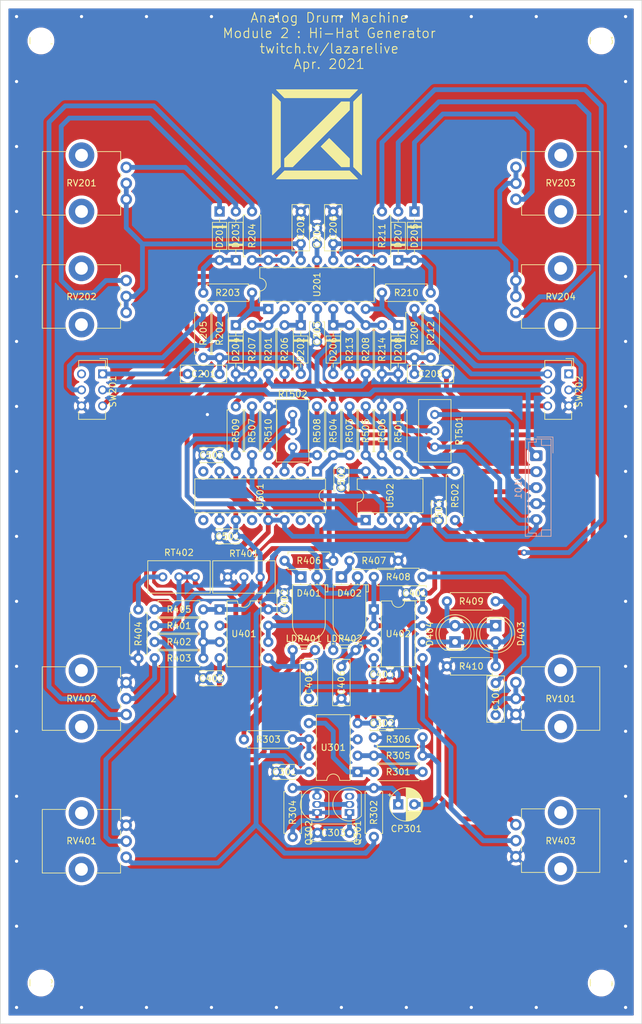
<source format=kicad_pcb>
(kicad_pcb (version 20171130) (host pcbnew "(5.1.5)-3")
  (layers (0 F.Cu signal) (31 B.Cu signal) (34 B.Paste user) (35 F.Paste user) (36 B.SilkS user) (37 F.SilkS user) (38 B.Mask user) (39 F.Mask user) (44 Edge.Cuts user))
  (net 0 "")
  (net 1 /VCF/SIGNAL_OUT)
  (net 2 /VCA/SIG_IN)
  (net 3 "Net-(C201-Pad2)")
  (net 4 "Net-(C201-Pad1)")
  (net 5 GNDA)
  (net 6 "Net-(C202-Pad1)")
  (net 7 +12V)
  (net 8 -12V)
  (net 9 "Net-(C205-Pad2)")
  (net 10 "Net-(C205-Pad1)")
  (net 11 "Net-(C206-Pad1)")
  (net 12 "Net-(C303-Pad1)")
  (net 13 "Net-(C405-Pad2)")
  (net 14 "Net-(C405-Pad1)")
  (net 15 "Net-(C406-Pad1)")
  (net 16 "Net-(CP301-Pad2)")
  (net 17 "Net-(CP301-Pad1)")
  (net 18 "Net-(D201-Pad2)")
  (net 19 "Net-(D201-Pad1)")
  (net 20 "Net-(D202-Pad1)")
  (net 21 "Net-(D203-Pad2)")
  (net 22 "Net-(D204-Pad1)")
  (net 23 "Net-(D205-Pad2)")
  (net 24 "Net-(D205-Pad1)")
  (net 25 "Net-(D206-Pad1)")
  (net 26 "Net-(D207-Pad2)")
  (net 27 "Net-(D208-Pad1)")
  (net 28 "Net-(D401-Pad2)")
  (net 29 "Net-(D401-Pad1)")
  (net 30 "Net-(D402-Pad1)")
  (net 31 "Net-(D403-Pad2)")
  (net 32 /VCA/VCA_OUT)
  (net 33 /EG/TRIGGER_IN)
  (net 34 /Noise/NOISE_OUT)
  (net 35 "Net-(Q301-Pad2)")
  (net 36 "Net-(R201-Pad2)")
  (net 37 "Net-(R202-Pad2)")
  (net 38 /EG/EGA_OUT)
  (net 39 "Net-(R204-Pad1)")
  (net 40 "Net-(R205-Pad2)")
  (net 41 "Net-(R208-Pad2)")
  (net 42 "Net-(R209-Pad2)")
  (net 43 /EG/EGB_OUT)
  (net 44 "Net-(R211-Pad1)")
  (net 45 "Net-(R212-Pad2)")
  (net 46 "Net-(R301-Pad2)")
  (net 47 "Net-(R301-Pad1)")
  (net 48 "Net-(R303-Pad2)")
  (net 49 "Net-(R401-Pad2)")
  (net 50 "Net-(R401-Pad1)")
  (net 51 "Net-(R402-Pad2)")
  (net 52 "Net-(R403-Pad2)")
  (net 53 "Net-(R404-Pad1)")
  (net 54 "Net-(R405-Pad2)")
  (net 55 "Net-(R408-Pad2)")
  (net 56 "Net-(R501-Pad2)")
  (net 57 "Net-(R501-Pad1)")
  (net 58 "Net-(R503-Pad2)")
  (net 59 "Net-(R503-Pad1)")
  (net 60 "Net-(R505-Pad2)")
  (net 61 "Net-(R507-Pad2)")
  (net 62 "Net-(R507-Pad1)")
  (net 63 "Net-(R508-Pad1)")
  (net 64 "Net-(R510-Pad1)")
  (net 65 "Net-(RV403-Pad2)")
  (net 66 "Net-(LDR402-Pad1)")
  (module Lazare_Aesthetics:Lazare_Logo (layer F.Cu) (at 99.06 43.815)
    (fp_text reference REF** hide)
    (fp_text value Lazare_Logo)
  )
  (module Connector_JST:JST_EH_B5B-EH-A_1x05_P2.50mm_Vertical (layer B.Cu) (at 133.35 94.06 270)
    (fp_text reference J101 (at 5 2.8 270) (layer B.SilkS) (effects (justify mirror)))
    (fp_text value Conn_01x05_Male)
    (pad 5 thru_hole oval (at 10 0 270) (size 1.7 1.95) (drill 0.95) (layers *.Cu *.Mask) (net 8 -12V))
    (pad 4 thru_hole oval (at 7.5 0 270) (size 1.7 1.95) (drill 0.95) (layers *.Cu *.Mask) (net 5 GNDA))
    (pad 3 thru_hole oval (at 5 0 270) (size 1.7 1.95) (drill 0.95) (layers *.Cu *.Mask) (net 7 +12V))
    (pad 2 thru_hole oval (at 2.5 0 270) (size 1.7 1.95) (drill 0.95) (layers *.Cu *.Mask) (net 32 /VCA/VCA_OUT))
    (pad 1 thru_hole roundrect (at 0 0 270) (size 1.7 1.95) (drill 0.95) (layers *.Cu *.Mask) (roundrect_rratio 0.147059) (net 33 /EG/TRIGGER_IN))
  )
  (module Potentiometer_THT:Potentiometer_Bourns_PTV09A-1_Single_Vertical (layer F.Cu) (at 69.215 129.54 180)
    (fp_text reference RV402 (at 6.985 -2.54) (layer F.SilkS))
    (fp_text value 100k)
    (pad "" np_thru_hole circle (at 7 1.9 180) (size 4 4) (drill 2) (layers *.Cu *.Mask))
    (pad "" np_thru_hole circle (at 7 -6.9 180) (size 4 4) (drill 2) (layers *.Cu *.Mask))
    (pad 1 thru_hole circle (at 0 0 180) (size 1.8 1.8) (drill 1) (layers *.Cu *.Mask) (net 5 GNDA))
    (pad 2 thru_hole circle (at 0 -2.5 180) (size 1.8 1.8) (drill 1) (layers *.Cu *.Mask) (net 52 "Net-(R403-Pad2)"))
    (pad 3 thru_hole circle (at 0 -5 180) (size 1.8 1.8) (drill 1) (layers *.Cu *.Mask) (net 38 /EG/EGA_OUT))
  )
  (module Potentiometer_THT:Potentiometer_Bourns_PTV09A-1_Single_Vertical (layer F.Cu) (at 130.16 156.76)
    (fp_text reference RV403 (at 7 -2.455) (layer F.SilkS))
    (fp_text value 100k)
    (pad "" np_thru_hole circle (at 7 1.9) (size 4 4) (drill 2) (layers *.Cu *.Mask))
    (pad "" np_thru_hole circle (at 7 -6.9) (size 4 4) (drill 2) (layers *.Cu *.Mask))
    (pad 1 thru_hole circle (at 0 0) (size 1.8 1.8) (drill 1) (layers *.Cu *.Mask) (net 5 GNDA))
    (pad 2 thru_hole circle (at 0 -2.5) (size 1.8 1.8) (drill 1) (layers *.Cu *.Mask) (net 65 "Net-(RV403-Pad2)"))
    (pad 3 thru_hole circle (at 0 -5) (size 1.8 1.8) (drill 1) (layers *.Cu *.Mask) (net 55 "Net-(R408-Pad2)"))
  )
  (module Potentiometer_THT:Potentiometer_Bourns_PTV09A-1_Single_Vertical (layer F.Cu) (at 69.215 151.85 180)
    (fp_text reference RV401 (at 6.985 -2.455) (layer F.SilkS))
    (fp_text value 100k)
    (pad "" np_thru_hole circle (at 7 1.9 180) (size 4 4) (drill 2) (layers *.Cu *.Mask))
    (pad "" np_thru_hole circle (at 7 -6.9 180) (size 4 4) (drill 2) (layers *.Cu *.Mask))
    (pad 1 thru_hole circle (at 0 0 180) (size 1.8 1.8) (drill 1) (layers *.Cu *.Mask) (net 5 GNDA))
    (pad 2 thru_hole circle (at 0 -2.5 180) (size 1.8 1.8) (drill 1) (layers *.Cu *.Mask) (net 51 "Net-(R402-Pad2)"))
    (pad 3 thru_hole circle (at 0 -5 180) (size 1.8 1.8) (drill 1) (layers *.Cu *.Mask) (net 7 +12V))
  )
  (module Potentiometer_THT:Potentiometer_Bourns_PTV09A-1_Single_Vertical (layer F.Cu) (at 130.16 71.67)
    (fp_text reference RV204 (at 7 -2.455) (layer F.SilkS))
    (fp_text value 1M)
    (pad "" np_thru_hole circle (at 7 1.9) (size 4 4) (drill 2) (layers *.Cu *.Mask))
    (pad "" np_thru_hole circle (at 7 -6.9) (size 4 4) (drill 2) (layers *.Cu *.Mask))
    (pad 1 thru_hole circle (at 0 0) (size 1.8 1.8) (drill 1) (layers *.Cu *.Mask) (net 26 "Net-(D207-Pad2)"))
    (pad 2 thru_hole circle (at 0 -2.5) (size 1.8 1.8) (drill 1) (layers *.Cu *.Mask) (net 11 "Net-(C206-Pad1)"))
    (pad 3 thru_hole circle (at 0 -5) (size 1.8 1.8) (drill 1) (layers *.Cu *.Mask) (net 11 "Net-(C206-Pad1)"))
  )
  (module Potentiometer_THT:Potentiometer_Bourns_PTV09A-1_Single_Vertical (layer F.Cu) (at 130.175 53.975)
    (fp_text reference RV203 (at 6.985 -2.54) (layer F.SilkS))
    (fp_text value 1M)
    (pad "" np_thru_hole circle (at 7 1.9) (size 4 4) (drill 2) (layers *.Cu *.Mask))
    (pad "" np_thru_hole circle (at 7 -6.9) (size 4 4) (drill 2) (layers *.Cu *.Mask))
    (pad 1 thru_hole circle (at 0 0) (size 1.8 1.8) (drill 1) (layers *.Cu *.Mask) (net 24 "Net-(D205-Pad1)"))
    (pad 2 thru_hole circle (at 0 -2.5) (size 1.8 1.8) (drill 1) (layers *.Cu *.Mask) (net 11 "Net-(C206-Pad1)"))
    (pad 3 thru_hole circle (at 0 -5) (size 1.8 1.8) (drill 1) (layers *.Cu *.Mask) (net 11 "Net-(C206-Pad1)"))
  )
  (module Potentiometer_THT:Potentiometer_Bourns_PTV09A-1_Single_Vertical (layer F.Cu) (at 69.215 66.67 180)
    (fp_text reference RV202 (at 6.985 -2.545) (layer F.SilkS))
    (fp_text value 1M)
    (pad "" np_thru_hole circle (at 7 1.9 180) (size 4 4) (drill 2) (layers *.Cu *.Mask))
    (pad "" np_thru_hole circle (at 7 -6.9 180) (size 4 4) (drill 2) (layers *.Cu *.Mask))
    (pad 1 thru_hole circle (at 0 0 180) (size 1.8 1.8) (drill 1) (layers *.Cu *.Mask) (net 21 "Net-(D203-Pad2)"))
    (pad 2 thru_hole circle (at 0 -2.5 180) (size 1.8 1.8) (drill 1) (layers *.Cu *.Mask) (net 6 "Net-(C202-Pad1)"))
    (pad 3 thru_hole circle (at 0 -5 180) (size 1.8 1.8) (drill 1) (layers *.Cu *.Mask) (net 6 "Net-(C202-Pad1)"))
  )
  (module Potentiometer_THT:Potentiometer_Bourns_PTV09A-1_Single_Vertical (layer F.Cu) (at 69.23 48.98 180)
    (fp_text reference RV201 (at 7 -2.455) (layer F.SilkS))
    (fp_text value 1M)
    (pad "" np_thru_hole circle (at 7 1.9 180) (size 4 4) (drill 2) (layers *.Cu *.Mask))
    (pad "" np_thru_hole circle (at 7 -6.9 180) (size 4 4) (drill 2) (layers *.Cu *.Mask))
    (pad 1 thru_hole circle (at 0 0 180) (size 1.8 1.8) (drill 1) (layers *.Cu *.Mask) (net 19 "Net-(D201-Pad1)"))
    (pad 2 thru_hole circle (at 0 -2.5 180) (size 1.8 1.8) (drill 1) (layers *.Cu *.Mask) (net 6 "Net-(C202-Pad1)"))
    (pad 3 thru_hole circle (at 0 -5 180) (size 1.8 1.8) (drill 1) (layers *.Cu *.Mask) (net 6 "Net-(C202-Pad1)"))
  )
  (module Potentiometer_THT:Potentiometer_Bourns_PTV09A-1_Single_Vertical (layer F.Cu) (at 130.16 134.535)
    (fp_text reference RV101 (at 7 -2.455) (layer F.SilkS))
    (fp_text value 100k)
    (pad "" np_thru_hole circle (at 7 1.9) (size 4 4) (drill 2) (layers *.Cu *.Mask))
    (pad "" np_thru_hole circle (at 7 -6.9) (size 4 4) (drill 2) (layers *.Cu *.Mask))
    (pad 1 thru_hole circle (at 0 0) (size 1.8 1.8) (drill 1) (layers *.Cu *.Mask) (net 5 GNDA))
    (pad 2 thru_hole circle (at 0 -2.5) (size 1.8 1.8) (drill 1) (layers *.Cu *.Mask) (net 2 /VCA/SIG_IN))
    (pad 3 thru_hole circle (at 0 -5) (size 1.8 1.8) (drill 1) (layers *.Cu *.Mask) (net 2 /VCA/SIG_IN))
  )
  (module Capacitor_THT:C_Rect_L7.0mm_W2.5mm_P5.00mm (layer F.Cu) (at 102.87 127.04 270)
    (fp_text reference C406 (at 2.5 0 90) (layer F.SilkS))
    (fp_text value 33n)
    (pad 2 thru_hole circle (at 5 0 270) (size 1.6 1.6) (drill 0.8) (layers *.Cu *.Mask) (net 5 GNDA))
    (pad 1 thru_hole circle (at 0 0 270) (size 1.6 1.6) (drill 0.8) (layers *.Cu *.Mask) (net 15 "Net-(C406-Pad1)"))
  )
  (module Capacitor_THT:C_Rect_L7.0mm_W2.5mm_P5.00mm (layer F.Cu) (at 97.79 127.04 270)
    (fp_text reference C405 (at 2.5 0 90) (layer F.SilkS))
    (fp_text value 33n)
    (pad 2 thru_hole circle (at 5 0 270) (size 1.6 1.6) (drill 0.8) (layers *.Cu *.Mask) (net 13 "Net-(C405-Pad2)"))
    (pad 1 thru_hole circle (at 0 0 270) (size 1.6 1.6) (drill 0.8) (layers *.Cu *.Mask) (net 14 "Net-(C405-Pad1)"))
  )
  (module Capacitor_THT:C_Rect_L7.0mm_W2.5mm_P5.00mm (layer F.Cu) (at 104.14 153.035 180)
    (fp_text reference C303 (at 2.5 0) (layer F.SilkS))
    (fp_text value 1µ)
    (pad 2 thru_hole circle (at 5 0 180) (size 1.6 1.6) (drill 0.8) (layers *.Cu *.Mask) (net 5 GNDA))
    (pad 1 thru_hole circle (at 0 0 180) (size 1.6 1.6) (drill 0.8) (layers *.Cu *.Mask) (net 12 "Net-(C303-Pad1)"))
  )
  (module Capacitor_THT:C_Rect_L7.0mm_W2.5mm_P5.00mm (layer F.Cu) (at 101.6 60.92 90)
    (fp_text reference C206 (at 2.5 0 90) (layer F.SilkS))
    (fp_text value 1µ)
    (pad 2 thru_hole circle (at 5 0 90) (size 1.6 1.6) (drill 0.8) (layers *.Cu *.Mask) (net 5 GNDA))
    (pad 1 thru_hole circle (at 0 0 90) (size 1.6 1.6) (drill 0.8) (layers *.Cu *.Mask) (net 11 "Net-(C206-Pad1)"))
  )
  (module Capacitor_THT:C_Rect_L7.0mm_W2.5mm_P5.00mm (layer F.Cu) (at 114.3 81.28)
    (fp_text reference C205 (at 2.5 0) (layer F.SilkS))
    (fp_text value 100n)
    (pad 2 thru_hole circle (at 5 0) (size 1.6 1.6) (drill 0.8) (layers *.Cu *.Mask) (net 9 "Net-(C205-Pad2)"))
    (pad 1 thru_hole circle (at 0 0) (size 1.6 1.6) (drill 0.8) (layers *.Cu *.Mask) (net 10 "Net-(C205-Pad1)"))
  )
  (module Capacitor_THT:C_Rect_L7.0mm_W2.5mm_P5.00mm (layer F.Cu) (at 96.52 60.92 90)
    (fp_text reference C202 (at 2.5 0 90) (layer F.SilkS))
    (fp_text value 1µ)
    (pad 2 thru_hole circle (at 5 0 90) (size 1.6 1.6) (drill 0.8) (layers *.Cu *.Mask) (net 5 GNDA))
    (pad 1 thru_hole circle (at 0 0 90) (size 1.6 1.6) (drill 0.8) (layers *.Cu *.Mask) (net 6 "Net-(C202-Pad1)"))
  )
  (module Capacitor_THT:C_Rect_L7.0mm_W2.5mm_P5.00mm (layer F.Cu) (at 83.82 81.28 180)
    (fp_text reference C201 (at 2.5 0) (layer F.SilkS))
    (fp_text value 100n)
    (pad 2 thru_hole circle (at 5 0 180) (size 1.6 1.6) (drill 0.8) (layers *.Cu *.Mask) (net 3 "Net-(C201-Pad2)"))
    (pad 1 thru_hole circle (at 0 0 180) (size 1.6 1.6) (drill 0.8) (layers *.Cu *.Mask) (net 4 "Net-(C201-Pad1)"))
  )
  (module Capacitor_THT:C_Rect_L7.0mm_W2.5mm_P5.00mm (layer F.Cu) (at 127 134.62 90)
    (fp_text reference C101 (at 2.54 0 90) (layer F.SilkS))
    (fp_text value 10n)
    (pad 2 thru_hole circle (at 5 0 90) (size 1.6 1.6) (drill 0.8) (layers *.Cu *.Mask) (net 1 /VCF/SIGNAL_OUT))
    (pad 1 thru_hole circle (at 0 0 90) (size 1.6 1.6) (drill 0.8) (layers *.Cu *.Mask) (net 2 /VCA/SIG_IN))
  )
  (module MountingHole:MountingHole_3.2mm_M3 (layer F.Cu) (at 143.51 176.53)
    (fp_text reference H104 (at 0 0) (layer F.SilkS))
    (fp_text value MountingHole)
    (pad 1 np_thru_hole circle (at 0 0) (size 3.2 3.2) (drill 3.2) (layers *.Cu *.Mask))
  )
  (module MountingHole:MountingHole_3.2mm_M3 (layer F.Cu) (at 143.51 29.21)
    (fp_text reference H103 (at 0 0) (layer F.SilkS))
    (fp_text value MountingHole)
    (pad 1 np_thru_hole circle (at 0 0) (size 3.2 3.2) (drill 3.2) (layers *.Cu *.Mask))
  )
  (module MountingHole:MountingHole_3.2mm_M3 (layer F.Cu) (at 55.88 176.53)
    (fp_text reference H102 (at 0 0) (layer F.SilkS))
    (fp_text value MountingHole)
    (pad 1 np_thru_hole circle (at 0 0) (size 3.2 3.2) (drill 3.2) (layers *.Cu *.Mask))
  )
  (module MountingHole:MountingHole_3.2mm_M3 (layer F.Cu) (at 55.88 29.21)
    (fp_text reference H101 (at 0 0) (layer F.SilkS))
    (fp_text value MountingHole)
    (pad 1 np_thru_hole circle (at 0 0) (size 3.2 3.2) (drill 3.2) (layers *.Cu *.Mask))
  )
  (module Package_DIP:DIP-8_W7.62mm (layer F.Cu) (at 106.68 104.14 90)
    (fp_text reference U502 (at 3.81 3.81 90) (layer F.SilkS))
    (fp_text value NE5532)
    (pad 8 thru_hole oval (at 7.62 0 90) (size 1.6 1.6) (drill 0.8) (layers *.Cu *.Mask) (net 7 +12V))
    (pad 4 thru_hole oval (at 0 7.62 90) (size 1.6 1.6) (drill 0.8) (layers *.Cu *.Mask) (net 8 -12V))
    (pad 7 thru_hole oval (at 7.62 2.54 90) (size 1.6 1.6) (drill 0.8) (layers *.Cu *.Mask) (net 58 "Net-(R503-Pad2)"))
    (pad 3 thru_hole oval (at 0 5.08 90) (size 1.6 1.6) (drill 0.8) (layers *.Cu *.Mask) (net 5 GNDA))
    (pad 6 thru_hole oval (at 7.62 5.08 90) (size 1.6 1.6) (drill 0.8) (layers *.Cu *.Mask) (net 60 "Net-(R505-Pad2)"))
    (pad 2 thru_hole oval (at 0 2.54 90) (size 1.6 1.6) (drill 0.8) (layers *.Cu *.Mask) (net 61 "Net-(R507-Pad2)"))
    (pad 5 thru_hole oval (at 7.62 7.62 90) (size 1.6 1.6) (drill 0.8) (layers *.Cu *.Mask) (net 57 "Net-(R501-Pad1)"))
    (pad 1 thru_hole rect (at 0 0 90) (size 1.6 1.6) (drill 0.8) (layers *.Cu *.Mask) (net 62 "Net-(R507-Pad1)"))
  )
  (module Package_DIP:DIP-16_W7.62mm (layer F.Cu) (at 99.06 96.52 270)
    (fp_text reference U501 (at 3.81 8.89 90) (layer F.SilkS))
    (fp_text value LM13700)
    (pad 16 thru_hole oval (at 7.62 0 270) (size 1.6 1.6) (drill 0.8) (layers *.Cu *.Mask) (net 8 -12V))
    (pad 8 thru_hole oval (at 0 17.78 270) (size 1.6 1.6) (drill 0.8) (layers *.Cu *.Mask))
    (pad 15 thru_hole oval (at 7.62 2.54 270) (size 1.6 1.6) (drill 0.8) (layers *.Cu *.Mask))
    (pad 7 thru_hole oval (at 0 15.24 270) (size 1.6 1.6) (drill 0.8) (layers *.Cu *.Mask) (net 5 GNDA))
    (pad 14 thru_hole oval (at 7.62 5.08 270) (size 1.6 1.6) (drill 0.8) (layers *.Cu *.Mask) (net 8 -12V))
    (pad 6 thru_hole oval (at 0 12.7 270) (size 1.6 1.6) (drill 0.8) (layers *.Cu *.Mask) (net 8 -12V))
    (pad 13 thru_hole oval (at 7.62 7.62 270) (size 1.6 1.6) (drill 0.8) (layers *.Cu *.Mask) (net 8 -12V))
    (pad 5 thru_hole oval (at 0 10.16 270) (size 1.6 1.6) (drill 0.8) (layers *.Cu *.Mask) (net 61 "Net-(R507-Pad2)"))
    (pad 12 thru_hole oval (at 7.62 10.16 270) (size 1.6 1.6) (drill 0.8) (layers *.Cu *.Mask))
    (pad 4 thru_hole oval (at 0 7.62 270) (size 1.6 1.6) (drill 0.8) (layers *.Cu *.Mask) (net 5 GNDA))
    (pad 11 thru_hole oval (at 7.62 12.7 270) (size 1.6 1.6) (drill 0.8) (layers *.Cu *.Mask) (net 7 +12V))
    (pad 3 thru_hole oval (at 0 5.08 270) (size 1.6 1.6) (drill 0.8) (layers *.Cu *.Mask) (net 63 "Net-(R508-Pad1)"))
    (pad 10 thru_hole oval (at 7.62 15.24 270) (size 1.6 1.6) (drill 0.8) (layers *.Cu *.Mask) (net 5 GNDA))
    (pad 2 thru_hole oval (at 0 2.54 270) (size 1.6 1.6) (drill 0.8) (layers *.Cu *.Mask))
    (pad 9 thru_hole oval (at 7.62 17.78 270) (size 1.6 1.6) (drill 0.8) (layers *.Cu *.Mask))
    (pad 1 thru_hole rect (at 0 0 270) (size 1.6 1.6) (drill 0.8) (layers *.Cu *.Mask) (net 59 "Net-(R503-Pad1)"))
  )
  (module Package_DIP:DIP-8_W7.62mm (layer F.Cu) (at 107.95 118.11)
    (fp_text reference U402 (at 3.81 3.81) (layer F.SilkS))
    (fp_text value NE5532)
    (pad 8 thru_hole oval (at 7.62 0) (size 1.6 1.6) (drill 0.8) (layers *.Cu *.Mask) (net 7 +12V))
    (pad 4 thru_hole oval (at 0 7.62) (size 1.6 1.6) (drill 0.8) (layers *.Cu *.Mask) (net 8 -12V))
    (pad 7 thru_hole oval (at 7.62 2.54) (size 1.6 1.6) (drill 0.8) (layers *.Cu *.Mask) (net 13 "Net-(C405-Pad2)"))
    (pad 3 thru_hole oval (at 0 5.08) (size 1.6 1.6) (drill 0.8) (layers *.Cu *.Mask) (net 15 "Net-(C406-Pad1)"))
    (pad 6 thru_hole oval (at 7.62 5.08) (size 1.6 1.6) (drill 0.8) (layers *.Cu *.Mask) (net 31 "Net-(D403-Pad2)"))
    (pad 2 thru_hole oval (at 0 2.54) (size 1.6 1.6) (drill 0.8) (layers *.Cu *.Mask) (net 55 "Net-(R408-Pad2)"))
    (pad 5 thru_hole oval (at 7.62 7.62) (size 1.6 1.6) (drill 0.8) (layers *.Cu *.Mask) (net 65 "Net-(RV403-Pad2)"))
    (pad 1 thru_hole rect (at 0 0) (size 1.6 1.6) (drill 0.8) (layers *.Cu *.Mask) (net 55 "Net-(R408-Pad2)"))
  )
  (module Package_DIP:DIP-8_W7.62mm (layer F.Cu) (at 83.82 118.11)
    (fp_text reference U401 (at 3.81 3.81) (layer F.SilkS))
    (fp_text value NE5532)
    (pad 8 thru_hole oval (at 7.62 0) (size 1.6 1.6) (drill 0.8) (layers *.Cu *.Mask) (net 7 +12V))
    (pad 4 thru_hole oval (at 0 7.62) (size 1.6 1.6) (drill 0.8) (layers *.Cu *.Mask) (net 8 -12V))
    (pad 7 thru_hole oval (at 7.62 2.54) (size 1.6 1.6) (drill 0.8) (layers *.Cu *.Mask) (net 66 "Net-(LDR402-Pad1)"))
    (pad 3 thru_hole oval (at 0 5.08) (size 1.6 1.6) (drill 0.8) (layers *.Cu *.Mask) (net 50 "Net-(R401-Pad1)"))
    (pad 6 thru_hole oval (at 7.62 5.08) (size 1.6 1.6) (drill 0.8) (layers *.Cu *.Mask) (net 66 "Net-(LDR402-Pad1)"))
    (pad 2 thru_hole oval (at 0 2.54) (size 1.6 1.6) (drill 0.8) (layers *.Cu *.Mask) (net 54 "Net-(R405-Pad2)"))
    (pad 5 thru_hole oval (at 7.62 7.62) (size 1.6 1.6) (drill 0.8) (layers *.Cu *.Mask) (net 14 "Net-(C405-Pad1)"))
    (pad 1 thru_hole rect (at 0 0) (size 1.6 1.6) (drill 0.8) (layers *.Cu *.Mask) (net 28 "Net-(D401-Pad2)"))
  )
  (module Package_DIP:DIP-8_W7.62mm (layer F.Cu) (at 105.41 143.51 180)
    (fp_text reference U301 (at 3.81 3.81) (layer F.SilkS))
    (fp_text value NE5532)
    (pad 8 thru_hole oval (at 7.62 0 180) (size 1.6 1.6) (drill 0.8) (layers *.Cu *.Mask) (net 7 +12V))
    (pad 4 thru_hole oval (at 0 7.62 180) (size 1.6 1.6) (drill 0.8) (layers *.Cu *.Mask) (net 8 -12V))
    (pad 7 thru_hole oval (at 7.62 2.54 180) (size 1.6 1.6) (drill 0.8) (layers *.Cu *.Mask) (net 48 "Net-(R303-Pad2)"))
    (pad 3 thru_hole oval (at 0 5.08 180) (size 1.6 1.6) (drill 0.8) (layers *.Cu *.Mask) (net 5 GNDA))
    (pad 6 thru_hole oval (at 7.62 5.08 180) (size 1.6 1.6) (drill 0.8) (layers *.Cu *.Mask) (net 48 "Net-(R303-Pad2)"))
    (pad 2 thru_hole oval (at 0 2.54 180) (size 1.6 1.6) (drill 0.8) (layers *.Cu *.Mask) (net 46 "Net-(R301-Pad2)"))
    (pad 5 thru_hole oval (at 7.62 7.62 180) (size 1.6 1.6) (drill 0.8) (layers *.Cu *.Mask) (net 47 "Net-(R301-Pad1)"))
    (pad 1 thru_hole rect (at 0 0 180) (size 1.6 1.6) (drill 0.8) (layers *.Cu *.Mask) (net 47 "Net-(R301-Pad1)"))
  )
  (module Package_DIP:DIP-14_W7.62mm (layer F.Cu) (at 91.44 71.12 90)
    (fp_text reference U201 (at 3.81 7.62 90) (layer F.SilkS))
    (fp_text value TL074)
    (pad 14 thru_hole oval (at 7.62 0 90) (size 1.6 1.6) (drill 0.8) (layers *.Cu *.Mask) (net 39 "Net-(R204-Pad1)"))
    (pad 7 thru_hole oval (at 0 15.24 90) (size 1.6 1.6) (drill 0.8) (layers *.Cu *.Mask) (net 27 "Net-(D208-Pad1)"))
    (pad 13 thru_hole oval (at 7.62 2.54 90) (size 1.6 1.6) (drill 0.8) (layers *.Cu *.Mask) (net 39 "Net-(R204-Pad1)"))
    (pad 6 thru_hole oval (at 0 12.7 90) (size 1.6 1.6) (drill 0.8) (layers *.Cu *.Mask) (net 41 "Net-(R208-Pad2)"))
    (pad 12 thru_hole oval (at 7.62 5.08 90) (size 1.6 1.6) (drill 0.8) (layers *.Cu *.Mask) (net 6 "Net-(C202-Pad1)"))
    (pad 5 thru_hole oval (at 0 10.16 90) (size 1.6 1.6) (drill 0.8) (layers *.Cu *.Mask) (net 25 "Net-(D206-Pad1)"))
    (pad 11 thru_hole oval (at 7.62 7.62 90) (size 1.6 1.6) (drill 0.8) (layers *.Cu *.Mask) (net 8 -12V))
    (pad 4 thru_hole oval (at 0 7.62 90) (size 1.6 1.6) (drill 0.8) (layers *.Cu *.Mask) (net 7 +12V))
    (pad 10 thru_hole oval (at 7.62 10.16 90) (size 1.6 1.6) (drill 0.8) (layers *.Cu *.Mask) (net 11 "Net-(C206-Pad1)"))
    (pad 3 thru_hole oval (at 0 5.08 90) (size 1.6 1.6) (drill 0.8) (layers *.Cu *.Mask) (net 20 "Net-(D202-Pad1)"))
    (pad 9 thru_hole oval (at 7.62 12.7 90) (size 1.6 1.6) (drill 0.8) (layers *.Cu *.Mask) (net 44 "Net-(R211-Pad1)"))
    (pad 2 thru_hole oval (at 0 2.54 90) (size 1.6 1.6) (drill 0.8) (layers *.Cu *.Mask) (net 36 "Net-(R201-Pad2)"))
    (pad 8 thru_hole oval (at 7.62 15.24 90) (size 1.6 1.6) (drill 0.8) (layers *.Cu *.Mask) (net 44 "Net-(R211-Pad1)"))
    (pad 1 thru_hole rect (at 0 0 90) (size 1.6 1.6) (drill 0.8) (layers *.Cu *.Mask) (net 22 "Net-(D204-Pad1)"))
  )
  (module Button_Switch_THT:SW_CuK_JS202011CQN_DPDT_Straight (layer F.Cu) (at 138.43 81.28 270)
    (fp_text reference SW202 (at 2.75 -1.6 90) (layer F.SilkS))
    (fp_text value SW_DPDT_x2)
    (pad 6 thru_hole circle (at 5 3.3 270) (size 1.4 1.4) (drill 0.9) (layers *.Cu *.Mask) (net 9 "Net-(C205-Pad2)"))
    (pad 5 thru_hole circle (at 2.5 3.3 270) (size 1.4 1.4) (drill 0.9) (layers *.Cu *.Mask) (net 33 /EG/TRIGGER_IN))
    (pad 4 thru_hole circle (at 0 3.3 270) (size 1.4 1.4) (drill 0.9) (layers *.Cu *.Mask) (net 42 "Net-(R209-Pad2)"))
    (pad 3 thru_hole circle (at 5 0 270) (size 1.4 1.4) (drill 0.9) (layers *.Cu *.Mask) (net 5 GNDA))
    (pad 2 thru_hole circle (at 2.5 0 270) (size 1.4 1.4) (drill 0.9) (layers *.Cu *.Mask) (net 45 "Net-(R212-Pad2)"))
    (pad 1 thru_hole rect (at 0 0 270) (size 1.4 1.4) (drill 0.9) (layers *.Cu *.Mask))
  )
  (module Button_Switch_THT:SW_CuK_JS202011CQN_DPDT_Straight (layer F.Cu) (at 65.53 81.28 270)
    (fp_text reference SW201 (at 2.75 -1.6 90) (layer F.SilkS))
    (fp_text value SW_DPDT_x2)
    (pad 6 thru_hole circle (at 5 3.3 270) (size 1.4 1.4) (drill 0.9) (layers *.Cu *.Mask) (net 5 GNDA))
    (pad 5 thru_hole circle (at 2.5 3.3 270) (size 1.4 1.4) (drill 0.9) (layers *.Cu *.Mask) (net 40 "Net-(R205-Pad2)"))
    (pad 4 thru_hole circle (at 0 3.3 270) (size 1.4 1.4) (drill 0.9) (layers *.Cu *.Mask))
    (pad 3 thru_hole circle (at 5 0 270) (size 1.4 1.4) (drill 0.9) (layers *.Cu *.Mask) (net 3 "Net-(C201-Pad2)"))
    (pad 2 thru_hole circle (at 2.5 0 270) (size 1.4 1.4) (drill 0.9) (layers *.Cu *.Mask) (net 33 /EG/TRIGGER_IN))
    (pad 1 thru_hole rect (at 0 0 270) (size 1.4 1.4) (drill 0.9) (layers *.Cu *.Mask) (net 37 "Net-(R202-Pad2)"))
  )
  (module Potentiometer_THT:Potentiometer_Bourns_3296W_Vertical (layer F.Cu) (at 95.25 92.71 270)
    (fp_text reference RT502 (at -8.255 0 180) (layer F.SilkS))
    (fp_text value 2k)
    (pad 3 thru_hole circle (at -5.08 0 270) (size 1.44 1.44) (drill 0.8) (layers *.Cu *.Mask) (net 64 "Net-(R510-Pad1)"))
    (pad 2 thru_hole circle (at -2.54 0 270) (size 1.44 1.44) (drill 0.8) (layers *.Cu *.Mask) (net 64 "Net-(R510-Pad1)"))
    (pad 1 thru_hole circle (at 0 0 270) (size 1.44 1.44) (drill 0.8) (layers *.Cu *.Mask) (net 63 "Net-(R508-Pad1)"))
  )
  (module Potentiometer_THT:Potentiometer_Bourns_3296W_Vertical (layer F.Cu) (at 117.475 87.63 90)
    (fp_text reference RT501 (at -2.54 3.81 90) (layer F.SilkS))
    (fp_text value 100k)
    (pad 3 thru_hole circle (at -5.08 0 90) (size 1.44 1.44) (drill 0.8) (layers *.Cu *.Mask) (net 8 -12V))
    (pad 2 thru_hole circle (at -2.54 0 90) (size 1.44 1.44) (drill 0.8) (layers *.Cu *.Mask) (net 56 "Net-(R501-Pad2)"))
    (pad 1 thru_hole circle (at 0 0 90) (size 1.44 1.44) (drill 0.8) (layers *.Cu *.Mask) (net 7 +12V))
  )
  (module Potentiometer_THT:Potentiometer_Bourns_3296W_Vertical (layer F.Cu) (at 74.93 113.03 180)
    (fp_text reference RT402 (at -2.54 3.81) (layer F.SilkS))
    (fp_text value 100k)
    (pad 3 thru_hole circle (at -5.08 0 180) (size 1.44 1.44) (drill 0.8) (layers *.Cu *.Mask) (net 54 "Net-(R405-Pad2)"))
    (pad 2 thru_hole circle (at -2.54 0 180) (size 1.44 1.44) (drill 0.8) (layers *.Cu *.Mask) (net 54 "Net-(R405-Pad2)"))
    (pad 1 thru_hole circle (at 0 0 180) (size 1.44 1.44) (drill 0.8) (layers *.Cu *.Mask) (net 53 "Net-(R404-Pad1)"))
  )
  (module Potentiometer_THT:Potentiometer_Bourns_3296W_Vertical (layer F.Cu) (at 90.17 113.03)
    (fp_text reference RT401 (at -2.54 -3.66) (layer F.SilkS))
    (fp_text value 100k)
    (pad 3 thru_hole circle (at -5.08 0) (size 1.44 1.44) (drill 0.8) (layers *.Cu *.Mask) (net 5 GNDA))
    (pad 2 thru_hole circle (at -2.54 0) (size 1.44 1.44) (drill 0.8) (layers *.Cu *.Mask) (net 49 "Net-(R401-Pad2)"))
    (pad 1 thru_hole circle (at 0 0) (size 1.44 1.44) (drill 0.8) (layers *.Cu *.Mask) (net 7 +12V))
  )
  (module Resistor_THT:R_Axial_DIN0207_L6.3mm_D2.5mm_P7.62mm_Horizontal (layer F.Cu) (at 91.44 93.98 90)
    (fp_text reference R510 (at 3.81 0 90) (layer F.SilkS))
    (fp_text value 150)
    (pad 2 thru_hole oval (at 7.62 0 90) (size 1.6 1.6) (drill 0.8) (layers *.Cu *.Mask) (net 5 GNDA))
    (pad 1 thru_hole circle (at 0 0 90) (size 1.6 1.6) (drill 0.8) (layers *.Cu *.Mask) (net 64 "Net-(R510-Pad1)"))
  )
  (module Resistor_THT:R_Axial_DIN0207_L6.3mm_D2.5mm_P7.62mm_Horizontal (layer F.Cu) (at 86.36 86.36 270)
    (fp_text reference R509 (at 3.81 0 90) (layer F.SilkS))
    (fp_text value 100)
    (pad 2 thru_hole oval (at 7.62 0 270) (size 1.6 1.6) (drill 0.8) (layers *.Cu *.Mask) (net 62 "Net-(R507-Pad1)"))
    (pad 1 thru_hole circle (at 0 0 270) (size 1.6 1.6) (drill 0.8) (layers *.Cu *.Mask) (net 32 /VCA/VCA_OUT))
  )
  (module Resistor_THT:R_Axial_DIN0207_L6.3mm_D2.5mm_P7.62mm_Horizontal (layer F.Cu) (at 99.06 93.98 90)
    (fp_text reference R508 (at 3.81 0 90) (layer F.SilkS))
    (fp_text value 100k)
    (pad 2 thru_hole oval (at 7.62 0 90) (size 1.6 1.6) (drill 0.8) (layers *.Cu *.Mask) (net 2 /VCA/SIG_IN))
    (pad 1 thru_hole circle (at 0 0 90) (size 1.6 1.6) (drill 0.8) (layers *.Cu *.Mask) (net 63 "Net-(R508-Pad1)"))
  )
  (module Resistor_THT:R_Axial_DIN0207_L6.3mm_D2.5mm_P7.62mm_Horizontal (layer F.Cu) (at 88.9 86.36 270)
    (fp_text reference R507 (at 3.81 0 90) (layer F.SilkS))
    (fp_text value 47k)
    (pad 2 thru_hole oval (at 7.62 0 270) (size 1.6 1.6) (drill 0.8) (layers *.Cu *.Mask) (net 61 "Net-(R507-Pad2)"))
    (pad 1 thru_hole circle (at 0 0 270) (size 1.6 1.6) (drill 0.8) (layers *.Cu *.Mask) (net 62 "Net-(R507-Pad1)"))
  )
  (module Resistor_THT:R_Axial_DIN0207_L6.3mm_D2.5mm_P7.62mm_Horizontal (layer F.Cu) (at 109.22 93.98 90)
    (fp_text reference R506 (at 3.81 0 90) (layer F.SilkS))
    (fp_text value 100k)
    (pad 2 thru_hole oval (at 7.62 0 90) (size 1.6 1.6) (drill 0.8) (layers *.Cu *.Mask) (net 5 GNDA))
    (pad 1 thru_hole circle (at 0 0 90) (size 1.6 1.6) (drill 0.8) (layers *.Cu *.Mask) (net 60 "Net-(R505-Pad2)"))
  )
  (module Resistor_THT:R_Axial_DIN0207_L6.3mm_D2.5mm_P7.62mm_Horizontal (layer F.Cu) (at 106.68 93.98 90)
    (fp_text reference R505 (at 3.81 0 90) (layer F.SilkS))
    (fp_text value 100k)
    (pad 2 thru_hole oval (at 7.62 0 90) (size 1.6 1.6) (drill 0.8) (layers *.Cu *.Mask) (net 60 "Net-(R505-Pad2)"))
    (pad 1 thru_hole circle (at 0 0 90) (size 1.6 1.6) (drill 0.8) (layers *.Cu *.Mask) (net 58 "Net-(R503-Pad2)"))
  )
  (module Resistor_THT:R_Axial_DIN0207_L6.3mm_D2.5mm_P7.62mm_Horizontal (layer F.Cu) (at 101.6 86.36 270)
    (fp_text reference R504 (at 3.81 0 90) (layer F.SilkS))
    (fp_text value 20k)
    (pad 2 thru_hole oval (at 7.62 0 270) (size 1.6 1.6) (drill 0.8) (layers *.Cu *.Mask) (net 59 "Net-(R503-Pad1)"))
    (pad 1 thru_hole circle (at 0 0 270) (size 1.6 1.6) (drill 0.8) (layers *.Cu *.Mask) (net 8 -12V))
  )
  (module Resistor_THT:R_Axial_DIN0207_L6.3mm_D2.5mm_P7.62mm_Horizontal (layer F.Cu) (at 104.14 93.98 90)
    (fp_text reference R503 (at 3.81 0 90) (layer F.SilkS))
    (fp_text value 30k)
    (pad 2 thru_hole oval (at 7.62 0 90) (size 1.6 1.6) (drill 0.8) (layers *.Cu *.Mask) (net 58 "Net-(R503-Pad2)"))
    (pad 1 thru_hole circle (at 0 0 90) (size 1.6 1.6) (drill 0.8) (layers *.Cu *.Mask) (net 59 "Net-(R503-Pad1)"))
  )
  (module Resistor_THT:R_Axial_DIN0207_L6.3mm_D2.5mm_P7.62mm_Horizontal (layer F.Cu) (at 120.65 96.52 270)
    (fp_text reference R502 (at 3.81 0 90) (layer F.SilkS))
    (fp_text value 100k)
    (pad 2 thru_hole oval (at 7.62 0 270) (size 1.6 1.6) (drill 0.8) (layers *.Cu *.Mask) (net 43 /EG/EGB_OUT))
    (pad 1 thru_hole circle (at 0 0 270) (size 1.6 1.6) (drill 0.8) (layers *.Cu *.Mask) (net 57 "Net-(R501-Pad1)"))
  )
  (module Resistor_THT:R_Axial_DIN0207_L6.3mm_D2.5mm_P7.62mm_Horizontal (layer F.Cu) (at 111.76 93.98 90)
    (fp_text reference R501 (at 3.81 0 90) (layer F.SilkS))
    (fp_text value 100k)
    (pad 2 thru_hole oval (at 7.62 0 90) (size 1.6 1.6) (drill 0.8) (layers *.Cu *.Mask) (net 56 "Net-(R501-Pad2)"))
    (pad 1 thru_hole circle (at 0 0 90) (size 1.6 1.6) (drill 0.8) (layers *.Cu *.Mask) (net 57 "Net-(R501-Pad1)"))
  )
  (module Resistor_THT:R_Axial_DIN0207_L6.3mm_D2.5mm_P7.62mm_Horizontal (layer F.Cu) (at 119.38 127)
    (fp_text reference R410 (at 3.81 0) (layer F.SilkS))
    (fp_text value 2.2k)
    (pad 2 thru_hole oval (at 7.62 0) (size 1.6 1.6) (drill 0.8) (layers *.Cu *.Mask) (net 31 "Net-(D403-Pad2)"))
    (pad 1 thru_hole circle (at 0 0) (size 1.6 1.6) (drill 0.8) (layers *.Cu *.Mask) (net 5 GNDA))
  )
  (module Resistor_THT:R_Axial_DIN0207_L6.3mm_D2.5mm_P7.62mm_Horizontal (layer F.Cu) (at 127 116.84 180)
    (fp_text reference R409 (at 3.81 0) (layer F.SilkS))
    (fp_text value 10k)
    (pad 2 thru_hole oval (at 7.62 0 180) (size 1.6 1.6) (drill 0.8) (layers *.Cu *.Mask) (net 13 "Net-(C405-Pad2)"))
    (pad 1 thru_hole circle (at 0 0 180) (size 1.6 1.6) (drill 0.8) (layers *.Cu *.Mask) (net 31 "Net-(D403-Pad2)"))
  )
  (module Resistor_THT:R_Axial_DIN0207_L6.3mm_D2.5mm_P7.62mm_Horizontal (layer F.Cu) (at 115.57 113.03 180)
    (fp_text reference R408 (at 3.81 0) (layer F.SilkS))
    (fp_text value 100)
    (pad 2 thru_hole oval (at 7.62 0 180) (size 1.6 1.6) (drill 0.8) (layers *.Cu *.Mask) (net 55 "Net-(R408-Pad2)"))
    (pad 1 thru_hole circle (at 0 0 180) (size 1.6 1.6) (drill 0.8) (layers *.Cu *.Mask) (net 1 /VCF/SIGNAL_OUT))
  )
  (module Resistor_THT:R_Axial_DIN0207_L6.3mm_D2.5mm_P7.62mm_Horizontal (layer F.Cu) (at 111.76 110.49 180)
    (fp_text reference R407 (at 3.81 0) (layer F.SilkS))
    (fp_text value 470)
    (pad 2 thru_hole oval (at 7.62 0 180) (size 1.6 1.6) (drill 0.8) (layers *.Cu *.Mask) (net 30 "Net-(D402-Pad1)"))
    (pad 1 thru_hole circle (at 0 0 180) (size 1.6 1.6) (drill 0.8) (layers *.Cu *.Mask) (net 5 GNDA))
  )
  (module Resistor_THT:R_Axial_DIN0207_L6.3mm_D2.5mm_P7.62mm_Horizontal (layer F.Cu) (at 93.98 110.49)
    (fp_text reference R406 (at 3.81 0) (layer F.SilkS))
    (fp_text value 470)
    (pad 2 thru_hole oval (at 7.62 0) (size 1.6 1.6) (drill 0.8) (layers *.Cu *.Mask) (net 5 GNDA))
    (pad 1 thru_hole circle (at 0 0) (size 1.6 1.6) (drill 0.8) (layers *.Cu *.Mask) (net 29 "Net-(D401-Pad1)"))
  )
  (module Resistor_THT:R_Axial_DIN0207_L6.3mm_D2.5mm_P7.62mm_Horizontal (layer F.Cu) (at 81.28 118.11 180)
    (fp_text reference R405 (at 3.81 0) (layer F.SilkS))
    (fp_text value 100k)
    (pad 2 thru_hole oval (at 7.62 0 180) (size 1.6 1.6) (drill 0.8) (layers *.Cu *.Mask) (net 54 "Net-(R405-Pad2)"))
    (pad 1 thru_hole circle (at 0 0 180) (size 1.6 1.6) (drill 0.8) (layers *.Cu *.Mask) (net 28 "Net-(D401-Pad2)"))
  )
  (module Resistor_THT:R_Axial_DIN0207_L6.3mm_D2.5mm_P7.62mm_Horizontal (layer F.Cu) (at 71.12 118.11 270)
    (fp_text reference R404 (at 3.81 0 90) (layer F.SilkS))
    (fp_text value 100k)
    (pad 2 thru_hole oval (at 7.62 0 270) (size 1.6 1.6) (drill 0.8) (layers *.Cu *.Mask) (net 5 GNDA))
    (pad 1 thru_hole circle (at 0 0 270) (size 1.6 1.6) (drill 0.8) (layers *.Cu *.Mask) (net 53 "Net-(R404-Pad1)"))
  )
  (module Resistor_THT:R_Axial_DIN0207_L6.3mm_D2.5mm_P7.62mm_Horizontal (layer F.Cu) (at 81.28 125.73 180)
    (fp_text reference R403 (at 3.81 0) (layer F.SilkS))
    (fp_text value 100k)
    (pad 2 thru_hole oval (at 7.62 0 180) (size 1.6 1.6) (drill 0.8) (layers *.Cu *.Mask) (net 52 "Net-(R403-Pad2)"))
    (pad 1 thru_hole circle (at 0 0 180) (size 1.6 1.6) (drill 0.8) (layers *.Cu *.Mask) (net 50 "Net-(R401-Pad1)"))
  )
  (module Resistor_THT:R_Axial_DIN0207_L6.3mm_D2.5mm_P7.62mm_Horizontal (layer F.Cu) (at 81.28 123.19 180)
    (fp_text reference R402 (at 3.81 0) (layer F.SilkS))
    (fp_text value 100k)
    (pad 2 thru_hole oval (at 7.62 0 180) (size 1.6 1.6) (drill 0.8) (layers *.Cu *.Mask) (net 51 "Net-(R402-Pad2)"))
    (pad 1 thru_hole circle (at 0 0 180) (size 1.6 1.6) (drill 0.8) (layers *.Cu *.Mask) (net 50 "Net-(R401-Pad1)"))
  )
  (module Resistor_THT:R_Axial_DIN0207_L6.3mm_D2.5mm_P7.62mm_Horizontal (layer F.Cu) (at 81.28 120.65 180)
    (fp_text reference R401 (at 3.81 0) (layer F.SilkS))
    (fp_text value 100k)
    (pad 2 thru_hole oval (at 7.62 0 180) (size 1.6 1.6) (drill 0.8) (layers *.Cu *.Mask) (net 49 "Net-(R401-Pad2)"))
    (pad 1 thru_hole circle (at 0 0 180) (size 1.6 1.6) (drill 0.8) (layers *.Cu *.Mask) (net 50 "Net-(R401-Pad1)"))
  )
  (module Resistor_THT:R_Axial_DIN0207_L6.3mm_D2.5mm_P7.62mm_Horizontal (layer F.Cu) (at 115.57 138.12 180)
    (fp_text reference R306 (at 3.81 -0.31) (layer F.SilkS))
    (fp_text value 100k)
    (pad 2 thru_hole oval (at 7.62 0 180) (size 1.6 1.6) (drill 0.8) (layers *.Cu *.Mask) (net 5 GNDA))
    (pad 1 thru_hole circle (at 0 0 180) (size 1.6 1.6) (drill 0.8) (layers *.Cu *.Mask) (net 16 "Net-(CP301-Pad2)"))
  )
  (module Resistor_THT:R_Axial_DIN0207_L6.3mm_D2.5mm_P7.62mm_Horizontal (layer F.Cu) (at 107.95 140.97)
    (fp_text reference R305 (at 3.81 0) (layer F.SilkS))
    (fp_text value 10k)
    (pad 2 thru_hole oval (at 7.62 0) (size 1.6 1.6) (drill 0.8) (layers *.Cu *.Mask) (net 16 "Net-(CP301-Pad2)"))
    (pad 1 thru_hole circle (at 0 0) (size 1.6 1.6) (drill 0.8) (layers *.Cu *.Mask) (net 46 "Net-(R301-Pad2)"))
  )
  (module Resistor_THT:R_Axial_DIN0207_L6.3mm_D2.5mm_P7.62mm_Horizontal (layer F.Cu) (at 95.25 146.05 270)
    (fp_text reference R304 (at 3.81 0 90) (layer F.SilkS))
    (fp_text value 47k)
    (pad 2 thru_hole oval (at 7.62 0 270) (size 1.6 1.6) (drill 0.8) (layers *.Cu *.Mask) (net 12 "Net-(C303-Pad1)"))
    (pad 1 thru_hole circle (at 0 0 270) (size 1.6 1.6) (drill 0.8) (layers *.Cu *.Mask) (net 17 "Net-(CP301-Pad1)"))
  )
  (module Resistor_THT:R_Axial_DIN0207_L6.3mm_D2.5mm_P7.62mm_Horizontal (layer F.Cu) (at 87.63 138.43)
    (fp_text reference R303 (at 3.81 0) (layer F.SilkS))
    (fp_text value 100)
    (pad 2 thru_hole oval (at 7.62 0) (size 1.6 1.6) (drill 0.8) (layers *.Cu *.Mask) (net 48 "Net-(R303-Pad2)"))
    (pad 1 thru_hole circle (at 0 0) (size 1.6 1.6) (drill 0.8) (layers *.Cu *.Mask) (net 34 /Noise/NOISE_OUT))
  )
  (module Resistor_THT:R_Axial_DIN0207_L6.3mm_D2.5mm_P7.62mm_Horizontal (layer F.Cu) (at 107.95 153.67 90)
    (fp_text reference R302 (at 3.81 0 90) (layer F.SilkS))
    (fp_text value 4.7k)
    (pad 2 thru_hole oval (at 7.62 0 90) (size 1.6 1.6) (drill 0.8) (layers *.Cu *.Mask) (net 17 "Net-(CP301-Pad1)"))
    (pad 1 thru_hole circle (at 0 0 90) (size 1.6 1.6) (drill 0.8) (layers *.Cu *.Mask) (net 7 +12V))
  )
  (module Resistor_THT:R_Axial_DIN0207_L6.3mm_D2.5mm_P7.62mm_Horizontal (layer F.Cu) (at 107.95 143.51)
    (fp_text reference R301 (at 3.81 0) (layer F.SilkS))
    (fp_text value 100k)
    (pad 2 thru_hole oval (at 7.62 0) (size 1.6 1.6) (drill 0.8) (layers *.Cu *.Mask) (net 46 "Net-(R301-Pad2)"))
    (pad 1 thru_hole circle (at 0 0) (size 1.6 1.6) (drill 0.8) (layers *.Cu *.Mask) (net 47 "Net-(R301-Pad1)"))
  )
  (module Resistor_THT:R_Axial_DIN0207_L6.3mm_D2.5mm_P7.62mm_Horizontal (layer F.Cu) (at 109.22 73.66 270)
    (fp_text reference R214 (at 3.81 0 90) (layer F.SilkS))
    (fp_text value 2.2k)
    (pad 2 thru_hole oval (at 7.62 0 270) (size 1.6 1.6) (drill 0.8) (layers *.Cu *.Mask) (net 5 GNDA))
    (pad 1 thru_hole circle (at 0 0 270) (size 1.6 1.6) (drill 0.8) (layers *.Cu *.Mask) (net 41 "Net-(R208-Pad2)"))
  )
  (module Resistor_THT:R_Axial_DIN0207_L6.3mm_D2.5mm_P7.62mm_Horizontal (layer F.Cu) (at 104.14 73.66 270)
    (fp_text reference R213 (at 3.81 0 90) (layer F.SilkS))
    (fp_text value 100k)
    (pad 2 thru_hole oval (at 7.62 0 270) (size 1.6 1.6) (drill 0.8) (layers *.Cu *.Mask) (net 5 GNDA))
    (pad 1 thru_hole circle (at 0 0 270) (size 1.6 1.6) (drill 0.8) (layers *.Cu *.Mask) (net 25 "Net-(D206-Pad1)"))
  )
  (module Resistor_THT:R_Axial_DIN0207_L6.3mm_D2.5mm_P7.62mm_Horizontal (layer F.Cu) (at 116.84 78.74 90)
    (fp_text reference R212 (at 3.81 0 90) (layer F.SilkS))
    (fp_text value 100k)
    (pad 2 thru_hole oval (at 7.62 0 90) (size 1.6 1.6) (drill 0.8) (layers *.Cu *.Mask) (net 45 "Net-(R212-Pad2)"))
    (pad 1 thru_hole circle (at 0 0 90) (size 1.6 1.6) (drill 0.8) (layers *.Cu *.Mask) (net 10 "Net-(C205-Pad1)"))
  )
  (module Resistor_THT:R_Axial_DIN0207_L6.3mm_D2.5mm_P7.62mm_Horizontal (layer F.Cu) (at 109.22 63.5 90)
    (fp_text reference R211 (at 3.81 0 90) (layer F.SilkS))
    (fp_text value 100)
    (pad 2 thru_hole oval (at 7.62 0 90) (size 1.6 1.6) (drill 0.8) (layers *.Cu *.Mask) (net 43 /EG/EGB_OUT))
    (pad 1 thru_hole circle (at 0 0 90) (size 1.6 1.6) (drill 0.8) (layers *.Cu *.Mask) (net 44 "Net-(R211-Pad1)"))
  )
  (module Resistor_THT:R_Axial_DIN0207_L6.3mm_D2.5mm_P7.62mm_Horizontal (layer F.Cu) (at 116.84 68.58 180)
    (fp_text reference R210 (at 3.81 0) (layer F.SilkS))
    (fp_text value 470)
    (pad 2 thru_hole oval (at 7.62 0 180) (size 1.6 1.6) (drill 0.8) (layers *.Cu *.Mask) (net 27 "Net-(D208-Pad1)"))
    (pad 1 thru_hole circle (at 0 0 180) (size 1.6 1.6) (drill 0.8) (layers *.Cu *.Mask) (net 23 "Net-(D205-Pad2)"))
  )
  (module Resistor_THT:R_Axial_DIN0207_L6.3mm_D2.5mm_P7.62mm_Horizontal (layer F.Cu) (at 114.3 78.74 90)
    (fp_text reference R209 (at 3.81 0 90) (layer F.SilkS))
    (fp_text value 100k)
    (pad 2 thru_hole oval (at 7.62 0 90) (size 1.6 1.6) (drill 0.8) (layers *.Cu *.Mask) (net 42 "Net-(R209-Pad2)"))
    (pad 1 thru_hole circle (at 0 0 90) (size 1.6 1.6) (drill 0.8) (layers *.Cu *.Mask) (net 10 "Net-(C205-Pad1)"))
  )
  (module Resistor_THT:R_Axial_DIN0207_L6.3mm_D2.5mm_P7.62mm_Horizontal (layer F.Cu) (at 106.68 81.28 90)
    (fp_text reference R208 (at 3.81 0 90) (layer F.SilkS))
    (fp_text value 10k)
    (pad 2 thru_hole oval (at 7.62 0 90) (size 1.6 1.6) (drill 0.8) (layers *.Cu *.Mask) (net 41 "Net-(R208-Pad2)"))
    (pad 1 thru_hole circle (at 0 0 90) (size 1.6 1.6) (drill 0.8) (layers *.Cu *.Mask) (net 7 +12V))
  )
  (module Resistor_THT:R_Axial_DIN0207_L6.3mm_D2.5mm_P7.62mm_Horizontal (layer F.Cu) (at 88.9 73.66 270)
    (fp_text reference R207 (at 3.81 0 90) (layer F.SilkS))
    (fp_text value 2.2k)
    (pad 2 thru_hole oval (at 7.62 0 270) (size 1.6 1.6) (drill 0.8) (layers *.Cu *.Mask) (net 5 GNDA))
    (pad 1 thru_hole circle (at 0 0 270) (size 1.6 1.6) (drill 0.8) (layers *.Cu *.Mask) (net 36 "Net-(R201-Pad2)"))
  )
  (module Resistor_THT:R_Axial_DIN0207_L6.3mm_D2.5mm_P7.62mm_Horizontal (layer F.Cu) (at 93.98 73.66 270)
    (fp_text reference R206 (at 3.81 0 90) (layer F.SilkS))
    (fp_text value 100k)
    (pad 2 thru_hole oval (at 7.62 0 270) (size 1.6 1.6) (drill 0.8) (layers *.Cu *.Mask) (net 5 GNDA))
    (pad 1 thru_hole circle (at 0 0 270) (size 1.6 1.6) (drill 0.8) (layers *.Cu *.Mask) (net 20 "Net-(D202-Pad1)"))
  )
  (module Resistor_THT:R_Axial_DIN0207_L6.3mm_D2.5mm_P7.62mm_Horizontal (layer F.Cu) (at 81.28 78.74 90)
    (fp_text reference R205 (at 3.81 0 90) (layer F.SilkS))
    (fp_text value 100k)
    (pad 2 thru_hole oval (at 7.62 0 90) (size 1.6 1.6) (drill 0.8) (layers *.Cu *.Mask) (net 40 "Net-(R205-Pad2)"))
    (pad 1 thru_hole circle (at 0 0 90) (size 1.6 1.6) (drill 0.8) (layers *.Cu *.Mask) (net 4 "Net-(C201-Pad1)"))
  )
  (module Resistor_THT:R_Axial_DIN0207_L6.3mm_D2.5mm_P7.62mm_Horizontal (layer F.Cu) (at 88.9 63.5 90)
    (fp_text reference R204 (at 3.81 0 90) (layer F.SilkS))
    (fp_text value 100)
    (pad 2 thru_hole oval (at 7.62 0 90) (size 1.6 1.6) (drill 0.8) (layers *.Cu *.Mask) (net 38 /EG/EGA_OUT))
    (pad 1 thru_hole circle (at 0 0 90) (size 1.6 1.6) (drill 0.8) (layers *.Cu *.Mask) (net 39 "Net-(R204-Pad1)"))
  )
  (module Resistor_THT:R_Axial_DIN0207_L6.3mm_D2.5mm_P7.62mm_Horizontal (layer F.Cu) (at 81.28 68.58)
    (fp_text reference R203 (at 3.81 0) (layer F.SilkS))
    (fp_text value 470)
    (pad 2 thru_hole oval (at 7.62 0) (size 1.6 1.6) (drill 0.8) (layers *.Cu *.Mask) (net 22 "Net-(D204-Pad1)"))
    (pad 1 thru_hole circle (at 0 0) (size 1.6 1.6) (drill 0.8) (layers *.Cu *.Mask) (net 18 "Net-(D201-Pad2)"))
  )
  (module Resistor_THT:R_Axial_DIN0207_L6.3mm_D2.5mm_P7.62mm_Horizontal (layer F.Cu) (at 83.82 78.74 90)
    (fp_text reference R202 (at 3.81 0 90) (layer F.SilkS))
    (fp_text value 100k)
    (pad 2 thru_hole oval (at 7.62 0 90) (size 1.6 1.6) (drill 0.8) (layers *.Cu *.Mask) (net 37 "Net-(R202-Pad2)"))
    (pad 1 thru_hole circle (at 0 0 90) (size 1.6 1.6) (drill 0.8) (layers *.Cu *.Mask) (net 4 "Net-(C201-Pad1)"))
  )
  (module Resistor_THT:R_Axial_DIN0207_L6.3mm_D2.5mm_P7.62mm_Horizontal (layer F.Cu) (at 91.44 81.28 90)
    (fp_text reference R201 (at 3.81 0 90) (layer F.SilkS))
    (fp_text value 10k)
    (pad 2 thru_hole oval (at 7.62 0 90) (size 1.6 1.6) (drill 0.8) (layers *.Cu *.Mask) (net 36 "Net-(R201-Pad2)"))
    (pad 1 thru_hole circle (at 0 0 90) (size 1.6 1.6) (drill 0.8) (layers *.Cu *.Mask) (net 7 +12V))
  )
  (module Package_TO_SOT_THT:TO-92_Inline (layer F.Cu) (at 99.06 149.86 90)
    (fp_text reference Q302 (at -3.175 -1.27 90) (layer F.SilkS))
    (fp_text value 2N3904)
    (pad 1 thru_hole rect (at 0 0 90) (size 1.05 1.5) (drill 0.75) (layers *.Cu *.Mask) (net 5 GNDA))
    (pad 3 thru_hole oval (at 2.54 0 90) (size 1.05 1.5) (drill 0.75) (layers *.Cu *.Mask) (net 17 "Net-(CP301-Pad1)"))
    (pad 2 thru_hole oval (at 1.27 0 90) (size 1.05 1.5) (drill 0.75) (layers *.Cu *.Mask) (net 35 "Net-(Q301-Pad2)"))
  )
  (module Package_TO_SOT_THT:TO-92_Inline (layer F.Cu) (at 104.14 149.86 90)
    (fp_text reference Q301 (at -3.175 1.27 90) (layer F.SilkS))
    (fp_text value 2N3904)
    (pad 1 thru_hole rect (at 0 0 90) (size 1.05 1.5) (drill 0.75) (layers *.Cu *.Mask) (net 12 "Net-(C303-Pad1)"))
    (pad 3 thru_hole oval (at 2.54 0 90) (size 1.05 1.5) (drill 0.75) (layers *.Cu *.Mask))
    (pad 2 thru_hole oval (at 1.27 0 90) (size 1.05 1.5) (drill 0.75) (layers *.Cu *.Mask) (net 35 "Net-(Q301-Pad2)"))
  )
  (module OptoDevice:R_LDR_5.2x5.2mm_P3.5mm_Horizontal (layer F.Cu) (at 101.6 124.46)
    (fp_text reference LDR402 (at 1.75 -1.79) (layer F.SilkS))
    (fp_text value 100..1M)
    (pad 2 thru_hole circle (at 3.5 0) (size 1.6 1.6) (drill 0.8) (layers *.Cu *.Mask) (net 15 "Net-(C406-Pad1)"))
    (pad 1 thru_hole circle (at 0 0) (size 1.6 1.6) (drill 0.8) (layers *.Cu *.Mask) (net 66 "Net-(LDR402-Pad1)"))
  )
  (module OptoDevice:R_LDR_5.2x5.2mm_P3.5mm_Horizontal (layer F.Cu) (at 95.25 124.46)
    (fp_text reference LDR401 (at 1.75 -1.79) (layer F.SilkS))
    (fp_text value 100..1M)
    (pad 2 thru_hole circle (at 3.5 0) (size 1.6 1.6) (drill 0.8) (layers *.Cu *.Mask) (net 34 /Noise/NOISE_OUT))
    (pad 1 thru_hole circle (at 0 0) (size 1.6 1.6) (drill 0.8) (layers *.Cu *.Mask) (net 14 "Net-(C405-Pad1)"))
  )
  (module LED_THT:LED_D5.0mm (layer F.Cu) (at 120.65 123.19 90)
    (fp_text reference D404 (at 1.27 -3.96 90) (layer F.SilkS))
    (fp_text value LED_BLUE)
    (pad 2 thru_hole circle (at 2.54 0 90) (size 1.8 1.8) (drill 0.9) (layers *.Cu *.Mask) (net 13 "Net-(C405-Pad2)"))
    (pad 1 thru_hole rect (at 0 0 90) (size 1.8 1.8) (drill 0.9) (layers *.Cu *.Mask) (net 31 "Net-(D403-Pad2)"))
  )
  (module LED_THT:LED_D5.0mm (layer F.Cu) (at 127 120.65 270)
    (fp_text reference D403 (at 1.27 -3.96 90) (layer F.SilkS))
    (fp_text value LED_BLUE)
    (pad 2 thru_hole circle (at 2.54 0 270) (size 1.8 1.8) (drill 0.9) (layers *.Cu *.Mask) (net 31 "Net-(D403-Pad2)"))
    (pad 1 thru_hole rect (at 0 0 270) (size 1.8 1.8) (drill 0.9) (layers *.Cu *.Mask) (net 13 "Net-(C405-Pad2)"))
  )
  (module LED_THT:LED_D5.0mm_Horizontal_O1.27mm_Z9.0mm (layer F.Cu) (at 102.87 113.03)
    (fp_text reference D402 (at 1.27 2.54) (layer F.SilkS))
    (fp_text value LED_W)
    (pad 2 thru_hole circle (at 2.54 0) (size 1.8 1.8) (drill 0.9) (layers *.Cu *.Mask) (net 28 "Net-(D401-Pad2)"))
    (pad 1 thru_hole rect (at 0 0) (size 1.8 1.8) (drill 0.9) (layers *.Cu *.Mask) (net 30 "Net-(D402-Pad1)"))
  )
  (module LED_THT:LED_D5.0mm_Horizontal_O1.27mm_Z9.0mm (layer F.Cu) (at 96.52 113.03)
    (fp_text reference D401 (at 1.27 2.54) (layer F.SilkS))
    (fp_text value LED_W)
    (pad 2 thru_hole circle (at 2.54 0) (size 1.8 1.8) (drill 0.9) (layers *.Cu *.Mask) (net 28 "Net-(D401-Pad2)"))
    (pad 1 thru_hole rect (at 0 0) (size 1.8 1.8) (drill 0.9) (layers *.Cu *.Mask) (net 29 "Net-(D401-Pad1)"))
  )
  (module Diode_THT:D_DO-35_SOD27_P7.62mm_Horizontal (layer F.Cu) (at 111.76 73.66 270)
    (fp_text reference D208 (at 3.81 0 90) (layer F.SilkS))
    (fp_text value 1N4148)
    (pad 2 thru_hole oval (at 7.62 0 270) (size 1.6 1.6) (drill 0.8) (layers *.Cu *.Mask) (net 5 GNDA))
    (pad 1 thru_hole rect (at 0 0 270) (size 1.6 1.6) (drill 0.8) (layers *.Cu *.Mask) (net 27 "Net-(D208-Pad1)"))
  )
  (module Diode_THT:D_DO-35_SOD27_P7.62mm_Horizontal (layer F.Cu) (at 111.76 63.5 90)
    (fp_text reference D207 (at 3.81 0 90) (layer F.SilkS))
    (fp_text value 1N4148)
    (pad 2 thru_hole oval (at 7.62 0 90) (size 1.6 1.6) (drill 0.8) (layers *.Cu *.Mask) (net 26 "Net-(D207-Pad2)"))
    (pad 1 thru_hole rect (at 0 0 90) (size 1.6 1.6) (drill 0.8) (layers *.Cu *.Mask) (net 23 "Net-(D205-Pad2)"))
  )
  (module Diode_THT:D_DO-35_SOD27_P7.62mm_Horizontal (layer F.Cu) (at 101.6 73.66 270)
    (fp_text reference D206 (at 3.81 0 90) (layer F.SilkS))
    (fp_text value 1N4148)
    (pad 2 thru_hole oval (at 7.62 0 270) (size 1.6 1.6) (drill 0.8) (layers *.Cu *.Mask) (net 10 "Net-(C205-Pad1)"))
    (pad 1 thru_hole rect (at 0 0 270) (size 1.6 1.6) (drill 0.8) (layers *.Cu *.Mask) (net 25 "Net-(D206-Pad1)"))
  )
  (module Diode_THT:D_DO-35_SOD27_P7.62mm_Horizontal (layer F.Cu) (at 114.3 55.88 270)
    (fp_text reference D205 (at 3.81 0 90) (layer F.SilkS))
    (fp_text value 1N4148)
    (pad 2 thru_hole oval (at 7.62 0 270) (size 1.6 1.6) (drill 0.8) (layers *.Cu *.Mask) (net 23 "Net-(D205-Pad2)"))
    (pad 1 thru_hole rect (at 0 0 270) (size 1.6 1.6) (drill 0.8) (layers *.Cu *.Mask) (net 24 "Net-(D205-Pad1)"))
  )
  (module Diode_THT:D_DO-35_SOD27_P7.62mm_Horizontal (layer F.Cu) (at 86.36 73.66 270)
    (fp_text reference D204 (at 3.81 0 90) (layer F.SilkS))
    (fp_text value 1N4148)
    (pad 2 thru_hole oval (at 7.62 0 270) (size 1.6 1.6) (drill 0.8) (layers *.Cu *.Mask) (net 5 GNDA))
    (pad 1 thru_hole rect (at 0 0 270) (size 1.6 1.6) (drill 0.8) (layers *.Cu *.Mask) (net 22 "Net-(D204-Pad1)"))
  )
  (module Diode_THT:D_DO-35_SOD27_P7.62mm_Horizontal (layer F.Cu) (at 86.36 63.5 90)
    (fp_text reference D203 (at 3.81 0 90) (layer F.SilkS))
    (fp_text value 1N4148)
    (pad 2 thru_hole oval (at 7.62 0 90) (size 1.6 1.6) (drill 0.8) (layers *.Cu *.Mask) (net 21 "Net-(D203-Pad2)"))
    (pad 1 thru_hole rect (at 0 0 90) (size 1.6 1.6) (drill 0.8) (layers *.Cu *.Mask) (net 18 "Net-(D201-Pad2)"))
  )
  (module Diode_THT:D_DO-35_SOD27_P7.62mm_Horizontal (layer F.Cu) (at 96.52 73.66 270)
    (fp_text reference D202 (at 3.81 0 90) (layer F.SilkS))
    (fp_text value 1N4148)
    (pad 2 thru_hole oval (at 7.62 0 270) (size 1.6 1.6) (drill 0.8) (layers *.Cu *.Mask) (net 4 "Net-(C201-Pad1)"))
    (pad 1 thru_hole rect (at 0 0 270) (size 1.6 1.6) (drill 0.8) (layers *.Cu *.Mask) (net 20 "Net-(D202-Pad1)"))
  )
  (module Diode_THT:D_DO-35_SOD27_P7.62mm_Horizontal (layer F.Cu) (at 83.82 55.88 270)
    (fp_text reference D201 (at 3.81 0 90) (layer F.SilkS))
    (fp_text value 1N4148)
    (pad 2 thru_hole oval (at 7.62 0 270) (size 1.6 1.6) (drill 0.8) (layers *.Cu *.Mask) (net 18 "Net-(D201-Pad2)"))
    (pad 1 thru_hole rect (at 0 0 270) (size 1.6 1.6) (drill 0.8) (layers *.Cu *.Mask) (net 19 "Net-(D201-Pad1)"))
  )
  (module Capacitor_THT:CP_Radial_D5.0mm_P2.50mm (layer F.Cu) (at 111.76 148.59)
    (fp_text reference CP301 (at 1.27 3.81) (layer F.SilkS))
    (fp_text value 47µ)
    (pad 2 thru_hole circle (at 2.5 0) (size 1.6 1.6) (drill 0.8) (layers *.Cu *.Mask) (net 16 "Net-(CP301-Pad2)"))
    (pad 1 thru_hole rect (at 0 0) (size 1.6 1.6) (drill 0.8) (layers *.Cu *.Mask) (net 17 "Net-(CP301-Pad1)"))
  )
  (module Capacitor_THT:C_Disc_D3.4mm_W2.1mm_P2.50mm (layer F.Cu) (at 118.11 101.64 270)
    (fp_text reference C504 (at 1.23 0 90) (layer F.SilkS))
    (fp_text value 100n)
    (pad 2 thru_hole circle (at 2.5 0 270) (size 1.6 1.6) (drill 0.8) (layers *.Cu *.Mask) (net 8 -12V))
    (pad 1 thru_hole circle (at 0 0 270) (size 1.6 1.6) (drill 0.8) (layers *.Cu *.Mask) (net 5 GNDA))
  )
  (module Capacitor_THT:C_Disc_D3.4mm_W2.1mm_P2.50mm (layer F.Cu) (at 81.32 93.98)
    (fp_text reference C503 (at 1.25 0) (layer F.SilkS))
    (fp_text value 100n)
    (pad 2 thru_hole circle (at 2.5 0) (size 1.6 1.6) (drill 0.8) (layers *.Cu *.Mask) (net 8 -12V))
    (pad 1 thru_hole circle (at 0 0) (size 1.6 1.6) (drill 0.8) (layers *.Cu *.Mask) (net 5 GNDA))
  )
  (module Capacitor_THT:C_Disc_D3.4mm_W2.1mm_P2.50mm (layer F.Cu) (at 102.87 96.52 270)
    (fp_text reference C502 (at 1.25 0 90) (layer F.SilkS))
    (fp_text value 100n)
    (pad 2 thru_hole circle (at 2.5 0 270) (size 1.6 1.6) (drill 0.8) (layers *.Cu *.Mask) (net 5 GNDA))
    (pad 1 thru_hole circle (at 0 0 270) (size 1.6 1.6) (drill 0.8) (layers *.Cu *.Mask) (net 7 +12V))
  )
  (module Capacitor_THT:C_Disc_D3.4mm_W2.1mm_P2.50mm (layer F.Cu) (at 86.32 106.68 180)
    (fp_text reference C501 (at 1.23 0) (layer F.SilkS))
    (fp_text value 100n)
    (pad 2 thru_hole circle (at 2.5 0 180) (size 1.6 1.6) (drill 0.8) (layers *.Cu *.Mask) (net 5 GNDA))
    (pad 1 thru_hole circle (at 0 0 180) (size 1.6 1.6) (drill 0.8) (layers *.Cu *.Mask) (net 7 +12V))
  )
  (module Capacitor_THT:C_Disc_D3.4mm_W2.1mm_P2.50mm (layer F.Cu) (at 110.45 128.27 180)
    (fp_text reference C404 (at 1.25 0) (layer F.SilkS))
    (fp_text value 100n)
    (pad 2 thru_hole circle (at 2.5 0 180) (size 1.6 1.6) (drill 0.8) (layers *.Cu *.Mask) (net 8 -12V))
    (pad 1 thru_hole circle (at 0 0 180) (size 1.6 1.6) (drill 0.8) (layers *.Cu *.Mask) (net 5 GNDA))
  )
  (module Capacitor_THT:C_Disc_D3.4mm_W2.1mm_P2.50mm (layer F.Cu) (at 81.28 128.86)
    (fp_text reference C403 (at 1.27 0.045) (layer F.SilkS))
    (fp_text value 100n)
    (pad 2 thru_hole circle (at 2.5 0) (size 1.6 1.6) (drill 0.8) (layers *.Cu *.Mask) (net 8 -12V))
    (pad 1 thru_hole circle (at 0 0) (size 1.6 1.6) (drill 0.8) (layers *.Cu *.Mask) (net 5 GNDA))
  )
  (module Capacitor_THT:C_Disc_D3.4mm_W2.1mm_P2.50mm (layer F.Cu) (at 93.98 118.07 90)
    (fp_text reference C402 (at 1.25 0 90) (layer F.SilkS))
    (fp_text value 100n)
    (pad 2 thru_hole circle (at 2.5 0 90) (size 1.6 1.6) (drill 0.8) (layers *.Cu *.Mask) (net 5 GNDA))
    (pad 1 thru_hole circle (at 0 0 90) (size 1.6 1.6) (drill 0.8) (layers *.Cu *.Mask) (net 7 +12V))
  )
  (module Capacitor_THT:C_Disc_D3.4mm_W2.1mm_P2.50mm (layer F.Cu) (at 115.57 115.57 180)
    (fp_text reference C401 (at 1.25 0) (layer F.SilkS))
    (fp_text value 100n)
    (pad 2 thru_hole circle (at 2.5 0 180) (size 1.6 1.6) (drill 0.8) (layers *.Cu *.Mask) (net 5 GNDA))
    (pad 1 thru_hole circle (at 0 0 180) (size 1.6 1.6) (drill 0.8) (layers *.Cu *.Mask) (net 7 +12V))
  )
  (module Capacitor_THT:C_Disc_D3.4mm_W2.1mm_P2.50mm (layer F.Cu) (at 110.45 135.89 180)
    (fp_text reference C302 (at 1.23 0) (layer F.SilkS))
    (fp_text value 100n)
    (pad 2 thru_hole circle (at 2.5 0 180) (size 1.6 1.6) (drill 0.8) (layers *.Cu *.Mask) (net 8 -12V))
    (pad 1 thru_hole circle (at 0 0 180) (size 1.6 1.6) (drill 0.8) (layers *.Cu *.Mask) (net 5 GNDA))
  )
  (module Capacitor_THT:C_Disc_D3.4mm_W2.1mm_P2.50mm (layer F.Cu) (at 95.21 143.51 180)
    (fp_text reference C301 (at 1.23 0) (layer F.SilkS))
    (fp_text value 100n)
    (pad 2 thru_hole circle (at 2.5 0 180) (size 1.6 1.6) (drill 0.8) (layers *.Cu *.Mask) (net 5 GNDA))
    (pad 1 thru_hole circle (at 0 0 180) (size 1.6 1.6) (drill 0.8) (layers *.Cu *.Mask) (net 7 +12V))
  )
  (module Capacitor_THT:C_Disc_D3.4mm_W2.1mm_P2.50mm (layer F.Cu) (at 99.06 58.46 270)
    (fp_text reference C204 (at 1.25 0 90) (layer F.SilkS))
    (fp_text value 100n)
    (pad 2 thru_hole circle (at 2.5 0 270) (size 1.6 1.6) (drill 0.8) (layers *.Cu *.Mask) (net 8 -12V))
    (pad 1 thru_hole circle (at 0 0 270) (size 1.6 1.6) (drill 0.8) (layers *.Cu *.Mask) (net 5 GNDA))
  )
  (module Capacitor_THT:C_Disc_D3.4mm_W2.1mm_P2.50mm (layer F.Cu) (at 99.06 73.7 270)
    (fp_text reference C203 (at 1.23 0 90) (layer F.SilkS))
    (fp_text value 100n)
    (pad 2 thru_hole circle (at 2.5 0 270) (size 1.6 1.6) (drill 0.8) (layers *.Cu *.Mask) (net 5 GNDA))
    (pad 1 thru_hole circle (at 0 0 270) (size 1.6 1.6) (drill 0.8) (layers *.Cu *.Mask) (net 7 +12V))
  )
  (gr_text "Analog Drum Machine\nModule 2 : Hi-Hat Generator\ntwitch.tv/lazarelive\nApr. 2021" (at 100.965 29.21) (layer F.SilkS) (effects (font (size 1.5 1.5))))
  (gr_poly (pts (xy 149.86 182.88) (xy 49.53 182.88) (xy 49.53 22.86) (xy 149.86 22.86)) (layer Edge.Cuts) (width 0.1))
  (segment (start 128.27 113.03) (end 115.57 113.03) (width 0.75) (layer B.Cu) (net 1))
  (segment (start 131.445 125.175) (end 131.445 116.205) (width 0.75) (layer B.Cu) (net 1))
  (segment (start 127 129.62) (end 131.445 125.175) (width 0.75) (layer B.Cu) (net 1))
  (segment (start 131.445 116.205) (end 128.27 113.03) (width 0.75) (layer B.Cu) (net 1))
  (segment (start 130.075 134.62) (end 130.16 134.535) (width 0.75) (layer B.Cu) (net 5))
  (segment (start 127 134.62) (end 127 133.35) (width 0.75) (layer B.Cu) (net 2))
  (segment (start 128.315 132.035) (end 130.16 132.035) (width 0.75) (layer B.Cu) (net 2))
  (segment (start 127 133.35) (end 128.315 132.035) (width 0.75) (layer B.Cu) (net 2))
  (segment (start 130.16 129.535) (end 130.16 132.035) (width 0.75) (layer B.Cu) (net 2))
  (segment (start 142.24 129.54) (end 139.745 132.035) (width 0.75) (layer F.Cu) (net 2))
  (segment (start 135.255 90.805) (end 142.24 97.79) (width 0.75) (layer F.Cu) (net 2))
  (segment (start 118.11 94.615) (end 121.92 90.805) (width 0.75) (layer F.Cu) (net 2))
  (segment (start 99.06 88.9) (end 100.965 90.805) (width 0.75) (layer F.Cu) (net 2))
  (segment (start 142.24 97.79) (end 142.24 129.54) (width 0.75) (layer F.Cu) (net 2))
  (segment (start 99.06 86.36) (end 99.06 88.9) (width 0.75) (layer F.Cu) (net 2))
  (segment (start 139.745 132.035) (end 130.16 132.035) (width 0.75) (layer F.Cu) (net 2))
  (segment (start 113.03 90.805) (end 116.84 94.615) (width 0.75) (layer F.Cu) (net 2))
  (segment (start 121.92 90.805) (end 135.255 90.805) (width 0.75) (layer F.Cu) (net 2))
  (segment (start 100.965 90.805) (end 113.03 90.805) (width 0.75) (layer F.Cu) (net 2))
  (segment (start 116.84 94.615) (end 118.11 94.615) (width 0.75) (layer F.Cu) (net 2))
  (segment (start 65.53 86.28) (end 70.53 81.28) (width 0.75) (layer F.Cu) (net 3))
  (segment (start 70.53 81.28) (end 78.82 81.28) (width 0.75) (layer F.Cu) (net 3))
  (segment (start 81.28 78.74) (end 83.82 78.74) (width 0.75) (layer B.Cu) (net 4))
  (segment (start 83.82 78.74) (end 95.25 78.74) (width 0.75) (layer B.Cu) (net 4))
  (segment (start 96.52 80.01) (end 96.52 81.28) (width 0.75) (layer B.Cu) (net 4))
  (segment (start 95.25 78.74) (end 96.52 80.01) (width 0.75) (layer B.Cu) (net 4))
  (segment (start 83.82 81.28) (end 83.82 78.74) (width 0.75) (layer B.Cu) (net 4))
  (via (at 81.915 87.63) (size 1) (drill 0.5) (layers F.Cu B.Cu) (net 5))
  (via (at 52.07 25.4) (size 1) (drill 0.5) (layers F.Cu B.Cu) (net 5))
  (via (at 62.23 25.4) (size 1) (drill 0.5) (layers F.Cu B.Cu) (net 5))
  (via (at 72.39 25.4) (size 1) (drill 0.5) (layers F.Cu B.Cu) (net 5))
  (via (at 82.55 25.4) (size 1) (drill 0.5) (layers F.Cu B.Cu) (net 5))
  (via (at 92.71 25.4) (size 1) (drill 0.5) (layers F.Cu B.Cu) (net 5))
  (via (at 102.87 25.4) (size 1) (drill 0.5) (layers F.Cu B.Cu) (net 5))
  (via (at 113.03 25.4) (size 1) (drill 0.5) (layers F.Cu B.Cu) (net 5))
  (via (at 123.19 25.4) (size 1) (drill 0.5) (layers F.Cu B.Cu) (net 5))
  (via (at 133.35 25.4) (size 1) (drill 0.5) (layers F.Cu B.Cu) (net 5))
  (via (at 147.32 25.4) (size 1) (drill 0.5) (layers F.Cu B.Cu) (net 5))
  (via (at 52.07 35.56) (size 1) (drill 0.5) (layers F.Cu B.Cu) (net 5))
  (via (at 52.07 45.72) (size 1) (drill 0.5) (layers F.Cu B.Cu) (net 5))
  (via (at 52.07 55.88) (size 1) (drill 0.5) (layers F.Cu B.Cu) (net 5))
  (via (at 52.07 66.04) (size 1) (drill 0.5) (layers F.Cu B.Cu) (net 5))
  (via (at 52.07 76.2) (size 1) (drill 0.5) (layers F.Cu B.Cu) (net 5))
  (via (at 52.07 86.36) (size 1) (drill 0.5) (layers F.Cu B.Cu) (net 5))
  (via (at 52.07 96.52) (size 1) (drill 0.5) (layers F.Cu B.Cu) (net 5))
  (via (at 52.07 106.68) (size 1) (drill 0.5) (layers F.Cu B.Cu) (net 5))
  (via (at 52.07 116.84) (size 1) (drill 0.5) (layers F.Cu B.Cu) (net 5))
  (via (at 52.07 127) (size 1) (drill 0.5) (layers F.Cu B.Cu) (net 5))
  (via (at 52.07 137.16) (size 1) (drill 0.5) (layers F.Cu B.Cu) (net 5))
  (via (at 52.07 147.32) (size 1) (drill 0.5) (layers F.Cu B.Cu) (net 5))
  (via (at 52.07 157.48) (size 1) (drill 0.5) (layers F.Cu B.Cu) (net 5))
  (via (at 52.07 167.64) (size 1) (drill 0.5) (layers F.Cu B.Cu) (net 5))
  (via (at 52.07 180.34) (size 1) (drill 0.5) (layers F.Cu B.Cu) (net 5))
  (via (at 62.23 180.34) (size 1) (drill 0.5) (layers F.Cu B.Cu) (net 5))
  (via (at 72.39 180.34) (size 1) (drill 0.5) (layers F.Cu B.Cu) (net 5))
  (via (at 82.55 180.34) (size 1) (drill 0.5) (layers F.Cu B.Cu) (net 5))
  (via (at 92.71 180.34) (size 1) (drill 0.5) (layers F.Cu B.Cu) (net 5))
  (via (at 102.87 180.34) (size 1) (drill 0.5) (layers F.Cu B.Cu) (net 5))
  (via (at 113.03 180.34) (size 1) (drill 0.5) (layers F.Cu B.Cu) (net 5))
  (via (at 123.19 180.34) (size 1) (drill 0.5) (layers F.Cu B.Cu) (net 5))
  (via (at 133.35 180.34) (size 1) (drill 0.5) (layers F.Cu B.Cu) (net 5))
  (via (at 147.32 180.34) (size 1) (drill 0.5) (layers F.Cu B.Cu) (net 5))
  (via (at 147.32 35.56) (size 1) (drill 0.5) (layers F.Cu B.Cu) (net 5))
  (via (at 147.32 45.72) (size 1) (drill 0.5) (layers F.Cu B.Cu) (net 5))
  (via (at 147.32 55.88) (size 1) (drill 0.5) (layers F.Cu B.Cu) (net 5))
  (via (at 147.32 66.04) (size 1) (drill 0.5) (layers F.Cu B.Cu) (net 5))
  (via (at 147.32 76.2) (size 1) (drill 0.5) (layers F.Cu B.Cu) (net 5))
  (via (at 147.32 86.36) (size 1) (drill 0.5) (layers F.Cu B.Cu) (net 5))
  (via (at 147.32 96.52) (size 1) (drill 0.5) (layers F.Cu B.Cu) (net 5))
  (via (at 147.32 106.68) (size 1) (drill 0.5) (layers F.Cu B.Cu) (net 5))
  (via (at 147.32 116.84) (size 1) (drill 0.5) (layers F.Cu B.Cu) (net 5))
  (via (at 147.32 127) (size 1) (drill 0.5) (layers F.Cu B.Cu) (net 5))
  (via (at 147.32 137.16) (size 1) (drill 0.5) (layers F.Cu B.Cu) (net 5))
  (via (at 147.32 147.32) (size 1) (drill 0.5) (layers F.Cu B.Cu) (net 5))
  (via (at 147.32 157.48) (size 1) (drill 0.5) (layers F.Cu B.Cu) (net 5))
  (via (at 147.32 167.64) (size 1) (drill 0.5) (layers F.Cu B.Cu) (net 5))
  (via (at 81.28 81.28) (size 1) (drill 0.5) (layers F.Cu B.Cu) (net 5))
  (segment (start 96.52 60.92) (end 96.52 63.5) (width 0.75) (layer B.Cu) (net 6))
  (segment (start 69.23 51.48) (end 69.23 53.98) (width 0.75) (layer B.Cu) (net 6))
  (segment (start 69.215 71.67) (end 69.215 69.17) (width 0.75) (layer B.Cu) (net 6))
  (segment (start 69.215 69.17) (end 70.44 69.17) (width 0.75) (layer B.Cu) (net 6))
  (segment (start 70.44 69.17) (end 71.755 67.855) (width 0.75) (layer B.Cu) (net 6))
  (segment (start 71.755 67.855) (end 71.755 60.96) (width 0.75) (layer B.Cu) (net 6))
  (segment (start 96.52 60.92) (end 71.755 60.96) (width 0.75) (layer B.Cu) (net 6))
  (segment (start 69.23 58.435) (end 71.755 60.96) (width 0.75) (layer B.Cu) (net 6))
  (segment (start 69.23 53.98) (end 69.23 58.435) (width 0.75) (layer B.Cu) (net 6))
  (segment (start 99.06 71.12) (end 99.06 73.7) (width 0.75) (layer B.Cu) (net 7))
  (segment (start 86.36 106.64) (end 86.32 106.68) (width 0.75) (layer B.Cu) (net 7))
  (segment (start 86.36 104.14) (end 86.36 106.64) (width 0.75) (layer B.Cu) (net 7))
  (segment (start 106.68 96.52) (end 102.87 96.52) (width 0.75) (layer B.Cu) (net 7))
  (segment (start 95.21 143.51) (end 97.79 143.51) (width 0.75) (layer B.Cu) (net 7))
  (segment (start 93.94 118.11) (end 93.98 118.07) (width 0.75) (layer B.Cu) (net 7))
  (segment (start 91.44 118.11) (end 93.94 118.11) (width 0.75) (layer B.Cu) (net 7))
  (segment (start 106.68 82.55) (end 106.68 81.28) (width 0.75) (layer B.Cu) (net 7))
  (segment (start 106.045 83.185) (end 106.68 82.55) (width 0.75) (layer B.Cu) (net 7))
  (segment (start 91.44 81.28) (end 91.44 82.41137) (width 0.75) (layer B.Cu) (net 7))
  (segment (start 91.44 82.41137) (end 92.21363 83.185) (width 0.75) (layer B.Cu) (net 7))
  (segment (start 99.859999 74.499999) (end 99.899999 74.499999) (width 0.75) (layer B.Cu) (net 7))
  (segment (start 99.06 73.7) (end 99.859999 74.499999) (width 0.75) (layer B.Cu) (net 7))
  (segment (start 99.899999 74.499999) (end 100.965 75.565) (width 0.75) (layer B.Cu) (net 7))
  (segment (start 100.965 75.565) (end 100.965 76.835) (width 0.75) (layer B.Cu) (net 7))
  (segment (start 99.06 78.74) (end 99.06 83.185) (width 0.75) (layer B.Cu) (net 7))
  (segment (start 100.965 76.835) (end 99.06 78.74) (width 0.75) (layer B.Cu) (net 7))
  (segment (start 92.21363 83.185) (end 99.06 83.185) (width 0.75) (layer B.Cu) (net 7))
  (segment (start 99.06 83.185) (end 106.045 83.185) (width 0.75) (layer B.Cu) (net 7))
  (segment (start 90.17 112.011767) (end 90.17 113.03) (width 0.75) (layer B.Cu) (net 7))
  (segment (start 90.17 109.39863) (end 90.17 112.011767) (width 0.75) (layer B.Cu) (net 7))
  (segment (start 87.45137 106.68) (end 90.17 109.39863) (width 0.75) (layer B.Cu) (net 7))
  (segment (start 86.32 106.68) (end 87.45137 106.68) (width 0.75) (layer B.Cu) (net 7))
  (segment (start 90.17 116.84) (end 91.44 118.11) (width 0.75) (layer F.Cu) (net 7))
  (segment (start 90.17 113.03) (end 90.17 116.84) (width 0.75) (layer F.Cu) (net 7))
  (segment (start 115.57 118.11) (end 115.57 115.57) (width 0.75) (layer B.Cu) (net 7))
  (segment (start 95.21 142.2) (end 95.21 143.51) (width 0.75) (layer B.Cu) (net 7))
  (segment (start 89.535 118.88363) (end 89.535 140.97) (width 0.75) (layer B.Cu) (net 7))
  (segment (start 91.44 118.11) (end 90.30863 118.11) (width 0.75) (layer B.Cu) (net 7))
  (segment (start 89.535 140.97) (end 93.98 140.97) (width 0.75) (layer B.Cu) (net 7))
  (segment (start 90.30863 118.11) (end 89.535 118.88363) (width 0.75) (layer B.Cu) (net 7))
  (segment (start 93.98 140.97) (end 95.21 142.2) (width 0.75) (layer B.Cu) (net 7))
  (segment (start 107.95 153.67) (end 107.95 154.80137) (width 0.75) (layer B.Cu) (net 7))
  (segment (start 132.147919 99.06) (end 130.242919 97.155) (width 0.75) (layer B.Cu) (net 7))
  (segment (start 133.35 99.06) (end 132.147919 99.06) (width 0.75) (layer B.Cu) (net 7))
  (segment (start 130.242919 97.155) (end 130.242919 88.967919) (width 0.75) (layer B.Cu) (net 7))
  (segment (start 130.242919 88.967919) (end 128.905 87.63) (width 0.75) (layer B.Cu) (net 7))
  (segment (start 101.73863 96.52) (end 100.965 97.29363) (width 0.75) (layer F.Cu) (net 7))
  (segment (start 102.87 96.52) (end 101.73863 96.52) (width 0.75) (layer F.Cu) (net 7))
  (segment (start 100.965 97.29363) (end 100.965 106.68) (width 0.75) (layer F.Cu) (net 7))
  (segment (start 99.06 108.585) (end 92.075 108.585) (width 0.75) (layer F.Cu) (net 7))
  (segment (start 90.17 110.49) (end 90.17 113.03) (width 0.75) (layer F.Cu) (net 7))
  (segment (start 92.075 108.585) (end 90.17 110.49) (width 0.75) (layer F.Cu) (net 7))
  (segment (start 115.57 115.57) (end 116.70137 115.57) (width 0.75) (layer F.Cu) (net 7))
  (segment (start 116.70137 115.57) (end 117.475 114.79637) (width 0.75) (layer F.Cu) (net 7))
  (segment (start 91.44 81.28) (end 91.44 82.55) (width 0.75) (layer F.Cu) (net 7))
  (segment (start 91.44 82.55) (end 90.805 83.185) (width 0.75) (layer F.Cu) (net 7))
  (segment (start 90.805 83.185) (end 81.915 83.185) (width 0.75) (layer F.Cu) (net 7))
  (segment (start 81.915 83.185) (end 78.74 86.36) (width 0.75) (layer F.Cu) (net 7))
  (segment (start 78.74 86.36) (end 78.74 100.33) (width 0.75) (layer F.Cu) (net 7))
  (segment (start 78.74 100.33) (end 80.01 101.6) (width 0.75) (layer F.Cu) (net 7))
  (segment (start 80.01 101.6) (end 85.09 101.6) (width 0.75) (layer F.Cu) (net 7))
  (segment (start 86.36 102.87) (end 86.36 104.14) (width 0.75) (layer F.Cu) (net 7))
  (segment (start 85.09 101.6) (end 86.36 102.87) (width 0.75) (layer F.Cu) (net 7))
  (segment (start 117.475 114.79637) (end 117.475 110.49) (width 0.75) (layer F.Cu) (net 7))
  (segment (start 117.475 110.49) (end 115.57 108.585) (width 0.75) (layer F.Cu) (net 7))
  (segment (start 100.965 106.68) (end 100.965 108.585) (width 0.75) (layer F.Cu) (net 7))
  (segment (start 115.57 108.585) (end 100.965 108.585) (width 0.75) (layer F.Cu) (net 7))
  (segment (start 100.965 108.585) (end 99.06 108.585) (width 0.75) (layer F.Cu) (net 7))
  (segment (start 106.68 98.425) (end 106.68 96.52) (width 0.75) (layer F.Cu) (net 7))
  (segment (start 107.95 99.695) (end 106.68 98.425) (width 0.75) (layer F.Cu) (net 7))
  (segment (start 131.445 99.695) (end 107.95 99.695) (width 0.75) (layer F.Cu) (net 7))
  (segment (start 133.35 99.06) (end 132.08 99.06) (width 0.75) (layer F.Cu) (net 7))
  (segment (start 132.08 99.06) (end 131.445 99.695) (width 0.75) (layer F.Cu) (net 7))
  (segment (start 128.905 87.63) (end 117.475 87.63) (width 0.75) (layer B.Cu) (net 7))
  (segment (start 93.98 156.21) (end 106.68 156.21) (width 0.75) (layer B.Cu) (net 7))
  (segment (start 89.535 140.97) (end 89.535 151.765) (width 0.75) (layer B.Cu) (net 7))
  (segment (start 107.95 154.80137) (end 106.68 156.21) (width 0.75) (layer B.Cu) (net 7))
  (segment (start 89.535 151.765) (end 93.98 156.21) (width 0.75) (layer B.Cu) (net 7))
  (segment (start 106.68 156.21) (end 106.68 156.07137) (width 0.75) (layer B.Cu) (net 7))
  (segment (start 89.45 151.85) (end 89.535 151.765) (width 0.75) (layer B.Cu) (net 7))
  (segment (start 83.550001 157.749999) (end 89.535 151.765) (width 0.75) (layer B.Cu) (net 7))
  (segment (start 70.114999 157.749999) (end 83.550001 157.749999) (width 0.75) (layer B.Cu) (net 7))
  (segment (start 69.215 156.85) (end 70.114999 157.749999) (width 0.75) (layer B.Cu) (net 7))
  (segment (start 99.06 60.96) (end 99.06 63.5) (width 0.75) (layer B.Cu) (net 8))
  (segment (start 91.44 104.14) (end 93.98 104.14) (width 0.75) (layer B.Cu) (net 8))
  (segment (start 93.98 104.14) (end 93.98 105.41) (width 0.75) (layer B.Cu) (net 8))
  (segment (start 93.98 105.41) (end 95.25 106.68) (width 0.75) (layer B.Cu) (net 8))
  (segment (start 95.25 106.68) (end 97.79 106.68) (width 0.75) (layer B.Cu) (net 8))
  (segment (start 83.82 93.98) (end 86.36 96.52) (width 0.75) (layer B.Cu) (net 8))
  (segment (start 118.11 104.14) (end 114.3 104.14) (width 0.75) (layer B.Cu) (net 8))
  (segment (start 114.3 104.14) (end 114.3 105.41) (width 0.75) (layer B.Cu) (net 8))
  (segment (start 114.3 105.41) (end 113.03 106.68) (width 0.75) (layer B.Cu) (net 8))
  (segment (start 113.03 106.68) (end 97.79 106.68) (width 0.75) (layer B.Cu) (net 8))
  (segment (start 99.06 105.41) (end 99.06 104.14) (width 0.75) (layer B.Cu) (net 8))
  (segment (start 99.06 106.68) (end 99.06 105.41) (width 0.75) (layer B.Cu) (net 8))
  (segment (start 107.95 135.89) (end 105.41 135.89) (width 0.75) (layer B.Cu) (net 8))
  (segment (start 83.82 128.82) (end 83.78 128.86) (width 0.75) (layer B.Cu) (net 8))
  (segment (start 83.82 125.73) (end 83.82 128.82) (width 0.75) (layer B.Cu) (net 8))
  (segment (start 107.95 125.73) (end 107.95 128.27) (width 0.75) (layer B.Cu) (net 8))
  (segment (start 107.95 128.27) (end 107.95 135.89) (width 0.75) (layer F.Cu) (net 8))
  (segment (start 133.35 105.342081) (end 132.012081 106.68) (width 0.75) (layer B.Cu) (net 8))
  (segment (start 133.35 104.14) (end 133.35 105.342081) (width 0.75) (layer B.Cu) (net 8))
  (segment (start 132.012081 106.68) (end 119.38 106.68) (width 0.75) (layer B.Cu) (net 8))
  (segment (start 118.11 105.41) (end 118.11 104.14) (width 0.75) (layer B.Cu) (net 8))
  (segment (start 119.38 106.68) (end 118.11 105.41) (width 0.75) (layer B.Cu) (net 8))
  (segment (start 86.36 96.52) (end 86.36 97.79) (width 0.75) (layer F.Cu) (net 8))
  (segment (start 86.36 97.79) (end 91.44 102.87) (width 0.75) (layer F.Cu) (net 8))
  (segment (start 91.44 102.87) (end 91.44 104.14) (width 0.75) (layer F.Cu) (net 8))
  (segment (start 83.78 140.295) (end 85.09 141.605) (width 0.75) (layer F.Cu) (net 8))
  (segment (start 85.09 141.605) (end 89.535 141.605) (width 0.75) (layer F.Cu) (net 8))
  (segment (start 89.535 141.605) (end 90.805 140.335) (width 0.75) (layer F.Cu) (net 8))
  (segment (start 83.78 132.04) (end 78.7 132.04) (width 0.75) (layer F.Cu) (net 8))
  (segment (start 83.78 132.04) (end 83.78 140.295) (width 0.75) (layer F.Cu) (net 8))
  (segment (start 83.78 128.86) (end 83.78 132.04) (width 0.75) (layer F.Cu) (net 8))
  (segment (start 78.7 132.04) (end 77.47 130.81) (width 0.75) (layer F.Cu) (net 8))
  (segment (start 77.47 130.81) (end 77.47 116.84) (width 0.75) (layer F.Cu) (net 8))
  (segment (start 77.47 116.84) (end 76.2 115.57) (width 0.75) (layer F.Cu) (net 8))
  (segment (start 76.2 115.57) (end 73.66 115.57) (width 0.75) (layer F.Cu) (net 8))
  (segment (start 73.66 115.57) (end 72.39 114.3) (width 0.75) (layer F.Cu) (net 8))
  (segment (start 72.39 114.3) (end 72.39 111.125) (width 0.75) (layer F.Cu) (net 8))
  (segment (start 72.39 111.125) (end 73.66 109.855) (width 0.75) (layer F.Cu) (net 8))
  (segment (start 73.66 109.855) (end 87.63 109.855) (width 0.75) (layer F.Cu) (net 8))
  (segment (start 91.44 106.045) (end 91.44 104.14) (width 0.75) (layer F.Cu) (net 8))
  (segment (start 87.63 109.855) (end 91.44 106.045) (width 0.75) (layer F.Cu) (net 8))
  (segment (start 130.81 104.14) (end 133.35 104.14) (width 0.75) (layer B.Cu) (net 8))
  (segment (start 127.635 97.79) (end 127.635 100.965) (width 0.75) (layer B.Cu) (net 8))
  (segment (start 127.635 100.965) (end 130.81 104.14) (width 0.75) (layer B.Cu) (net 8))
  (segment (start 122.555 92.71) (end 127.635 97.79) (width 0.75) (layer B.Cu) (net 8))
  (segment (start 99.06 64.77) (end 99.06 63.5) (width 0.75) (layer F.Cu) (net 8))
  (segment (start 80.01 66.04) (end 97.79 66.04) (width 0.75) (layer F.Cu) (net 8))
  (segment (start 78.74 67.31) (end 80.01 66.04) (width 0.75) (layer F.Cu) (net 8))
  (segment (start 81.28 76.835) (end 78.74 74.295) (width 0.75) (layer F.Cu) (net 8))
  (segment (start 97.79 66.04) (end 99.06 64.77) (width 0.75) (layer F.Cu) (net 8))
  (segment (start 101.6 85.09) (end 99.06 82.55) (width 0.75) (layer F.Cu) (net 8))
  (segment (start 78.74 74.295) (end 78.74 67.31) (width 0.75) (layer F.Cu) (net 8))
  (segment (start 101.6 86.36) (end 101.6 85.09) (width 0.75) (layer F.Cu) (net 8))
  (segment (start 95.25 76.835) (end 81.28 76.835) (width 0.75) (layer F.Cu) (net 8))
  (segment (start 99.06 82.55) (end 99.06 80.645) (width 0.75) (layer F.Cu) (net 8))
  (segment (start 99.06 80.645) (end 95.25 76.835) (width 0.75) (layer F.Cu) (net 8))
  (segment (start 122.555 92.71) (end 117.475 92.71) (width 0.75) (layer B.Cu) (net 8))
  (segment (start 101.6 88.9) (end 101.6 86.36) (width 0.75) (layer F.Cu) (net 8))
  (segment (start 102.235 89.535) (end 101.6 88.9) (width 0.75) (layer F.Cu) (net 8))
  (segment (start 113.665 89.535) (end 102.235 89.535) (width 0.75) (layer F.Cu) (net 8))
  (segment (start 117.475 92.71) (end 116.84 92.71) (width 0.75) (layer F.Cu) (net 8))
  (segment (start 116.84 92.71) (end 113.665 89.535) (width 0.75) (layer F.Cu) (net 8))
  (segment (start 105.41 134.75863) (end 104.63637 133.985) (width 0.75) (layer F.Cu) (net 8))
  (segment (start 105.41 135.89) (end 105.41 134.75863) (width 0.75) (layer F.Cu) (net 8))
  (segment (start 104.63637 133.985) (end 93.345 133.985) (width 0.75) (layer F.Cu) (net 8))
  (segment (start 93.345 133.985) (end 90.805 136.525) (width 0.75) (layer F.Cu) (net 8))
  (segment (start 90.805 140.335) (end 90.805 136.525) (width 0.75) (layer F.Cu) (net 8))
  (segment (start 135.13 86.28) (end 121.8 86.28) (width 0.75) (layer F.Cu) (net 9))
  (segment (start 119.3 83.78) (end 121.8 86.28) (width 0.75) (layer F.Cu) (net 9))
  (segment (start 119.3 81.28) (end 119.3 83.78) (width 0.75) (layer F.Cu) (net 9))
  (segment (start 116.84 78.74) (end 114.3 78.74) (width 0.75) (layer B.Cu) (net 10))
  (segment (start 114.3 78.74) (end 102.87 78.74) (width 0.75) (layer B.Cu) (net 10))
  (segment (start 101.6 80.01) (end 101.6 81.28) (width 0.75) (layer B.Cu) (net 10))
  (segment (start 102.87 78.74) (end 101.6 80.01) (width 0.75) (layer B.Cu) (net 10))
  (segment (start 114.3 81.28) (end 114.3 78.74) (width 0.75) (layer B.Cu) (net 10))
  (segment (start 101.6 60.92) (end 101.6 63.5) (width 0.75) (layer B.Cu) (net 11))
  (segment (start 130.175 48.975) (end 130.175 51.475) (width 0.75) (layer B.Cu) (net 11))
  (segment (start 130.175 51.475) (end 128.865 51.475) (width 0.75) (layer B.Cu) (net 11))
  (segment (start 128.865 51.475) (end 127.635 52.705) (width 0.75) (layer B.Cu) (net 11))
  (segment (start 127.635 52.705) (end 127.635 60.96) (width 0.75) (layer B.Cu) (net 11))
  (segment (start 101.6 60.92) (end 127.635 60.96) (width 0.75) (layer B.Cu) (net 11))
  (segment (start 127.635 60.96) (end 130.175 63.5) (width 0.75) (layer B.Cu) (net 11))
  (segment (start 130.16 63.515) (end 130.16 66.67) (width 0.75) (layer B.Cu) (net 11))
  (segment (start 130.175 63.5) (end 130.16 63.515) (width 0.75) (layer B.Cu) (net 11))
  (segment (start 130.16 66.67) (end 130.16 69.17) (width 0.75) (layer B.Cu) (net 11))
  (segment (start 96.52 151.13) (end 104.14 151.13) (width 0.75) (layer B.Cu) (net 12))
  (segment (start 95.25 153.67) (end 95.25 152.4) (width 0.75) (layer B.Cu) (net 12))
  (segment (start 95.25 152.4) (end 96.52 151.13) (width 0.75) (layer B.Cu) (net 12))
  (segment (start 104.14 149.86) (end 104.14 151.13) (width 0.75) (layer B.Cu) (net 12))
  (segment (start 104.14 151.13) (end 104.14 153.035) (width 0.75) (layer B.Cu) (net 12))
  (segment (start 115.57 120.65) (end 120.65 120.65) (width 0.75) (layer B.Cu) (net 13))
  (segment (start 120.65 120.65) (end 127 120.65) (width 0.75) (layer B.Cu) (net 13))
  (segment (start 119.38 116.84) (end 119.38 120.65) (width 0.75) (layer B.Cu) (net 13))
  (segment (start 115.57 120.65) (end 114.3 120.65) (width 0.75) (layer B.Cu) (net 13))
  (segment (start 114.3 120.65) (end 113.03 121.92) (width 0.75) (layer B.Cu) (net 13))
  (segment (start 97.79 130.90863) (end 98.52363 130.175) (width 0.75) (layer B.Cu) (net 13))
  (segment (start 97.79 132.04) (end 97.79 130.90863) (width 0.75) (layer B.Cu) (net 13))
  (segment (start 98.52363 130.175) (end 111.76 130.175) (width 0.75) (layer B.Cu) (net 13))
  (segment (start 113.03 121.92) (end 113.03 128.905) (width 0.75) (layer B.Cu) (net 13))
  (segment (start 111.76 130.175) (end 113.03 128.905) (width 0.75) (layer B.Cu) (net 13))
  (segment (start 91.44 125.73) (end 92.75 127.04) (width 0.75) (layer B.Cu) (net 14))
  (segment (start 92.75 127.04) (end 95.25 127) (width 0.75) (layer B.Cu) (net 14))
  (segment (start 95.25 124.46) (end 95.25 127) (width 0.75) (layer B.Cu) (net 14))
  (segment (start 95.25 127) (end 97.79 127.04) (width 0.75) (layer B.Cu) (net 14))
  (segment (start 106.37 123.19) (end 105.1 124.46) (width 0.75) (layer B.Cu) (net 15))
  (segment (start 107.95 123.19) (end 106.37 123.19) (width 0.75) (layer B.Cu) (net 15))
  (segment (start 102.87 126.69) (end 105.1 124.46) (width 0.75) (layer B.Cu) (net 15))
  (segment (start 102.87 127.04) (end 102.87 126.69) (width 0.75) (layer B.Cu) (net 15))
  (segment (start 115.57 138.12) (end 115.57 140.97) (width 0.75) (layer B.Cu) (net 16))
  (segment (start 114.26 148.59) (end 116.84 148.59) (width 0.75) (layer B.Cu) (net 16))
  (segment (start 116.84 148.59) (end 118.11 147.32) (width 0.75) (layer B.Cu) (net 16))
  (segment (start 118.11 147.32) (end 118.11 142.24) (width 0.75) (layer B.Cu) (net 16))
  (segment (start 118.11 142.24) (end 116.84 140.97) (width 0.75) (layer B.Cu) (net 16))
  (segment (start 116.84 140.97) (end 115.57 140.97) (width 0.75) (layer B.Cu) (net 16))
  (segment (start 99.06 147.32) (end 99.06 146.05) (width 0.75) (layer B.Cu) (net 17))
  (segment (start 99.06 146.05) (end 95.25 146.05) (width 0.75) (layer B.Cu) (net 17))
  (segment (start 107.95 146.05) (end 99.06 146.05) (width 0.75) (layer B.Cu) (net 17))
  (segment (start 99.06 146.05) (end 104.650649 146.05) (width 0.75) (layer B.Cu) (net 17))
  (segment (start 111.76 147.04) (end 110.77 146.05) (width 0.75) (layer B.Cu) (net 17))
  (segment (start 111.76 148.59) (end 111.76 147.04) (width 0.75) (layer B.Cu) (net 17))
  (segment (start 110.77 146.05) (end 107.95 146.05) (width 0.75) (layer B.Cu) (net 17))
  (segment (start 86.36 63.5) (end 83.82 63.5) (width 0.75) (layer B.Cu) (net 18))
  (segment (start 83.82 63.5) (end 82.55 63.5) (width 0.75) (layer B.Cu) (net 18))
  (segment (start 81.28 64.77) (end 81.28 68.58) (width 0.75) (layer B.Cu) (net 18))
  (segment (start 82.55 63.5) (end 81.28 64.77) (width 0.75) (layer B.Cu) (net 18))
  (segment (start 83.82 54.33) (end 83.82 55.88) (width 0.75) (layer B.Cu) (net 19))
  (segment (start 78.5625 49.0725) (end 78.47 48.98) (width 0.75) (layer B.Cu) (net 19))
  (segment (start 78.5625 49.0725) (end 83.82 54.33) (width 0.75) (layer B.Cu) (net 19))
  (segment (start 78.47 48.98) (end 69.23 48.98) (width 0.75) (layer B.Cu) (net 19))
  (segment (start 93.98 73.66) (end 96.52 73.66) (width 0.75) (layer B.Cu) (net 20))
  (segment (start 96.52 73.66) (end 96.52 71.12) (width 0.75) (layer B.Cu) (net 20))
  (segment (start 66.045 66.67) (end 69.215 66.67) (width 0.75) (layer B.Cu) (net 21))
  (segment (start 64.135 68.58) (end 66.045 66.67) (width 0.75) (layer B.Cu) (net 21))
  (segment (start 60.96 68.58) (end 64.135 68.58) (width 0.75) (layer B.Cu) (net 21))
  (segment (start 72.88637 41.275) (end 60.325 41.275) (width 0.75) (layer B.Cu) (net 21))
  (segment (start 59.055 66.675) (end 60.96 68.58) (width 0.75) (layer B.Cu) (net 21))
  (segment (start 86.36 55.88) (end 86.36 54.74863) (width 0.75) (layer B.Cu) (net 21))
  (segment (start 59.055 42.545) (end 59.055 66.675) (width 0.75) (layer B.Cu) (net 21))
  (segment (start 86.36 54.74863) (end 72.88637 41.275) (width 0.75) (layer B.Cu) (net 21))
  (segment (start 60.325 41.275) (end 59.055 42.545) (width 0.75) (layer B.Cu) (net 21))
  (segment (start 88.9 71.12) (end 91.44 71.12) (width 0.75) (layer B.Cu) (net 22))
  (segment (start 86.36 73.66) (end 88.9 71.12) (width 0.75) (layer B.Cu) (net 22))
  (segment (start 88.9 68.58) (end 88.9 71.12) (width 0.75) (layer B.Cu) (net 22))
  (segment (start 111.76 63.5) (end 114.3 63.5) (width 0.75) (layer B.Cu) (net 23))
  (segment (start 114.3 63.5) (end 115.57 63.5) (width 0.75) (layer B.Cu) (net 23))
  (segment (start 116.84 64.77) (end 116.84 68.58) (width 0.75) (layer B.Cu) (net 23))
  (segment (start 115.57 63.5) (end 116.84 64.77) (width 0.75) (layer B.Cu) (net 23))
  (segment (start 114.3 55.88) (end 114.3 45.085) (width 0.75) (layer B.Cu) (net 24))
  (segment (start 114.3 45.085) (end 118.745 40.64) (width 0.75) (layer B.Cu) (net 24))
  (segment (start 118.745 40.64) (end 130.175 40.64) (width 0.75) (layer B.Cu) (net 24))
  (segment (start 130.175 40.64) (end 132.715 43.18) (width 0.75) (layer B.Cu) (net 24))
  (segment (start 132.715 43.18) (end 132.715 52.705) (width 0.75) (layer B.Cu) (net 24))
  (segment (start 132.715 52.705) (end 131.445 53.975) (width 0.75) (layer B.Cu) (net 24))
  (segment (start 131.445 53.975) (end 130.175 53.975) (width 0.75) (layer B.Cu) (net 24))
  (segment (start 101.6 71.12) (end 101.6 73.66) (width 0.75) (layer B.Cu) (net 25))
  (segment (start 101.6 73.66) (end 104.14 73.66) (width 0.75) (layer B.Cu) (net 25))
  (segment (start 111.76 55.88) (end 111.76 45.085) (width 0.75) (layer B.Cu) (net 26))
  (segment (start 118.11 38.735) (end 139.7 38.735) (width 0.75) (layer B.Cu) (net 26))
  (segment (start 139.7 38.735) (end 141.605 40.64) (width 0.75) (layer B.Cu) (net 26))
  (segment (start 111.76 45.085) (end 118.11 38.735) (width 0.75) (layer B.Cu) (net 26))
  (segment (start 141.605 40.64) (end 141.605 64.884) (width 0.75) (layer B.Cu) (net 26))
  (segment (start 131.432792 71.67) (end 133.887792 69.215) (width 0.75) (layer B.Cu) (net 26))
  (segment (start 130.16 71.67) (end 131.432792 71.67) (width 0.75) (layer B.Cu) (net 26))
  (segment (start 137.274 69.215) (end 141.605 64.884) (width 0.75) (layer B.Cu) (net 26))
  (segment (start 133.887792 69.215) (end 137.274 69.215) (width 0.75) (layer B.Cu) (net 26))
  (segment (start 109.22 71.12) (end 111.76 73.66) (width 0.75) (layer B.Cu) (net 27))
  (segment (start 106.68 71.12) (end 109.22 71.12) (width 0.75) (layer B.Cu) (net 27))
  (segment (start 109.22 68.58) (end 109.22 71.12) (width 0.75) (layer B.Cu) (net 27))
  (segment (start 83.82 118.11) (end 81.28 118.11) (width 0.75) (layer B.Cu) (net 28))
  (segment (start 104.14 115.57) (end 105.41 114.3) (width 0.75) (layer B.Cu) (net 28))
  (segment (start 100.33 115.57) (end 104.14 115.57) (width 0.75) (layer B.Cu) (net 28))
  (segment (start 99.06 113.03) (end 99.06 114.3) (width 0.75) (layer B.Cu) (net 28))
  (segment (start 99.06 114.3) (end 100.33 115.57) (width 0.75) (layer B.Cu) (net 28))
  (segment (start 105.41 113.03) (end 105.41 114.3) (width 0.75) (layer B.Cu) (net 28))
  (segment (start 99.06 109.855) (end 99.06 113.03) (width 0.75) (layer B.Cu) (net 28))
  (segment (start 97.79 108.585) (end 99.06 109.855) (width 0.75) (layer B.Cu) (net 28))
  (segment (start 87.63 118.11) (end 92.075 113.665) (width 0.75) (layer B.Cu) (net 28))
  (segment (start 83.82 118.11) (end 87.63 118.11) (width 0.75) (layer B.Cu) (net 28))
  (segment (start 92.075 109.855) (end 93.345 108.585) (width 0.75) (layer B.Cu) (net 28))
  (segment (start 92.075 113.665) (end 92.075 109.855) (width 0.75) (layer B.Cu) (net 28))
  (segment (start 93.345 108.585) (end 97.79 108.585) (width 0.75) (layer B.Cu) (net 28))
  (segment (start 93.98 110.49) (end 96.52 113.03) (width 0.75) (layer B.Cu) (net 29))
  (segment (start 104.14 111.76) (end 102.87 113.03) (width 0.75) (layer B.Cu) (net 30))
  (segment (start 104.14 110.49) (end 104.14 111.76) (width 0.75) (layer B.Cu) (net 30))
  (segment (start 115.57 123.19) (end 120.65 123.19) (width 0.75) (layer B.Cu) (net 31))
  (segment (start 120.65 123.19) (end 127 123.19) (width 0.75) (layer B.Cu) (net 31))
  (segment (start 127 123.19) (end 127 127) (width 0.75) (layer B.Cu) (net 31))
  (segment (start 129.54 121.922792) (end 128.272792 123.19) (width 0.75) (layer B.Cu) (net 31))
  (segment (start 128.272792 123.19) (end 127 123.19) (width 0.75) (layer B.Cu) (net 31))
  (segment (start 129.54 118.11) (end 129.54 121.922792) (width 0.75) (layer B.Cu) (net 31))
  (segment (start 128.27 116.84) (end 129.54 118.11) (width 0.75) (layer B.Cu) (net 31))
  (segment (start 127 116.84) (end 128.27 116.84) (width 0.75) (layer B.Cu) (net 31))
  (segment (start 95.885 84.455) (end 97.155 85.725) (width 0.75) (layer F.Cu) (net 32))
  (segment (start 97.155 85.725) (end 97.155 89.535) (width 0.75) (layer F.Cu) (net 32))
  (segment (start 97.155 89.535) (end 99.695 92.075) (width 0.75) (layer F.Cu) (net 32))
  (segment (start 86.36 86.36) (end 86.36 85.725) (width 0.75) (layer F.Cu) (net 32))
  (segment (start 87.63 84.455) (end 95.885 84.455) (width 0.75) (layer F.Cu) (net 32))
  (segment (start 86.36 85.725) (end 87.63 84.455) (width 0.75) (layer F.Cu) (net 32))
  (segment (start 118.745 98.425) (end 112.395 92.075) (width 0.75) (layer F.Cu) (net 32))
  (segment (start 133.35 96.52) (end 124.46 96.52) (width 0.75) (layer F.Cu) (net 32))
  (segment (start 99.695 92.075) (end 112.395 92.075) (width 0.75) (layer F.Cu) (net 32))
  (segment (start 124.46 96.52) (end 122.555 98.425) (width 0.75) (layer F.Cu) (net 32))
  (segment (start 122.555 98.425) (end 118.745 98.425) (width 0.75) (layer F.Cu) (net 32))
  (segment (start 107.315 84.455) (end 107.99 83.78) (width 0.75) (layer B.Cu) (net 33))
  (segment (start 91.570002 84.455) (end 107.315 84.455) (width 0.75) (layer B.Cu) (net 33))
  (segment (start 65.53 83.78) (end 90.895002 83.78) (width 0.75) (layer B.Cu) (net 33))
  (segment (start 90.895002 83.78) (end 91.570002 84.455) (width 0.75) (layer B.Cu) (net 33))
  (segment (start 133.35 93.98) (end 132.08 92.71) (width 0.75) (layer B.Cu) (net 33))
  (segment (start 132.08 92.71) (end 132.08 83.82) (width 0.75) (layer B.Cu) (net 33))
  (segment (start 107.99 83.78) (end 132.08 83.82) (width 0.75) (layer B.Cu) (net 33))
  (segment (start 132.08 83.82) (end 135.13 83.78) (width 0.75) (layer B.Cu) (net 33))
  (segment (start 97.950001 125.259999) (end 96.990001 125.259999) (width 0.75) (layer F.Cu) (net 34))
  (segment (start 98.75 124.46) (end 97.950001 125.259999) (width 0.75) (layer F.Cu) (net 34))
  (segment (start 96.990001 125.259999) (end 87.63 134.62) (width 0.75) (layer F.Cu) (net 34))
  (segment (start 87.63 134.62) (end 87.63 138.43) (width 0.75) (layer F.Cu) (net 34))
  (segment (start 104.14 148.59) (end 99.06 148.59) (width 0.75) (layer B.Cu) (net 35))
  (segment (start 93.98 71.12) (end 91.44 73.66) (width 0.75) (layer B.Cu) (net 36))
  (segment (start 91.44 73.66) (end 88.9 73.66) (width 0.75) (layer B.Cu) (net 36))
  (segment (start 74.93 81.28) (end 66.675 81.28) (width 0.75) (layer B.Cu) (net 37))
  (segment (start 79.375 76.835) (end 74.93 81.28) (width 0.75) (layer B.Cu) (net 37))
  (segment (start 81.28 76.835) (end 79.375 76.835) (width 0.75) (layer B.Cu) (net 37))
  (segment (start 83.82 71.12) (end 83.82 74.295) (width 0.75) (layer B.Cu) (net 37))
  (segment (start 66.675 81.28) (end 66.98 81.28) (width 0.75) (layer B.Cu) (net 37))
  (segment (start 65.53 81.28) (end 66.675 81.28) (width 0.75) (layer B.Cu) (net 37))
  (segment (start 83.82 74.295) (end 81.28 76.835) (width 0.75) (layer B.Cu) (net 37))
  (segment (start 59.055 132.08) (end 64.135 132.08) (width 0.75) (layer B.Cu) (net 38))
  (segment (start 57.15 130.175) (end 59.055 132.08) (width 0.75) (layer B.Cu) (net 38))
  (segment (start 88.9 54.74863) (end 73.52137 39.37) (width 0.75) (layer B.Cu) (net 38))
  (segment (start 88.9 55.88) (end 88.9 54.74863) (width 0.75) (layer B.Cu) (net 38))
  (segment (start 73.52137 39.37) (end 59.69 39.37) (width 0.75) (layer B.Cu) (net 38))
  (segment (start 59.69 39.37) (end 57.15 41.91) (width 0.75) (layer B.Cu) (net 38))
  (segment (start 57.15 41.91) (end 57.15 130.175) (width 0.75) (layer B.Cu) (net 38))
  (segment (start 69.215 134.54) (end 66.595 134.54) (width 0.75) (layer B.Cu) (net 38))
  (segment (start 66.595 134.54) (end 64.135 132.08) (width 0.75) (layer B.Cu) (net 38))
  (segment (start 88.9 63.5) (end 91.44 63.5) (width 0.75) (layer B.Cu) (net 39))
  (segment (start 91.44 63.5) (end 93.98 63.5) (width 0.75) (layer B.Cu) (net 39))
  (segment (start 74.93 78.74) (end 81.28 72.39) (width 0.75) (layer B.Cu) (net 40))
  (segment (start 60.92 83.78) (end 60.325 83.185) (width 0.75) (layer B.Cu) (net 40))
  (segment (start 62.23 83.78) (end 60.92 83.78) (width 0.75) (layer B.Cu) (net 40))
  (segment (start 81.28 72.39) (end 81.28 71.12) (width 0.75) (layer B.Cu) (net 40))
  (segment (start 60.325 83.185) (end 60.325 80.01) (width 0.75) (layer B.Cu) (net 40))
  (segment (start 60.325 80.01) (end 61.595 78.74) (width 0.75) (layer B.Cu) (net 40))
  (segment (start 61.595 78.74) (end 74.93 78.74) (width 0.75) (layer B.Cu) (net 40))
  (segment (start 104.14 71.12) (end 106.68 73.66) (width 0.75) (layer B.Cu) (net 41))
  (segment (start 106.68 73.66) (end 109.22 73.66) (width 0.75) (layer B.Cu) (net 41))
  (segment (start 114.3 72.39) (end 114.3 71.12) (width 0.75) (layer B.Cu) (net 42))
  (segment (start 135.13 81.28) (end 123.19 81.28) (width 0.75) (layer B.Cu) (net 42))
  (segment (start 123.19 81.28) (end 114.3 72.39) (width 0.75) (layer B.Cu) (net 42))
  (segment (start 120.65 104.14) (end 125.73 109.22) (width 0.75) (layer F.Cu) (net 43))
  (segment (start 125.73 109.22) (end 131.445 109.22) (width 0.75) (layer F.Cu) (net 43))
  (segment (start 131.445 109.22) (end 131.445 109.22) (width 0.75) (layer F.Cu) (net 43))
  (via (at 131.445 109.22) (size 1) (drill 0.5) (layers F.Cu B.Cu) (net 43))
  (segment (start 138.43 109.22) (end 131.445 109.22) (width 0.75) (layer B.Cu) (net 43))
  (segment (start 143.51 104.14) (end 138.43 109.22) (width 0.75) (layer B.Cu) (net 43))
  (segment (start 109.22 45.085) (end 117.475 36.83) (width 0.75) (layer B.Cu) (net 43))
  (segment (start 109.22 55.88) (end 109.22 45.085) (width 0.75) (layer B.Cu) (net 43))
  (segment (start 117.475 36.83) (end 140.97 36.83) (width 0.75) (layer B.Cu) (net 43))
  (segment (start 140.97 36.83) (end 143.51 39.37) (width 0.75) (layer B.Cu) (net 43))
  (segment (start 143.51 39.37) (end 143.51 104.14) (width 0.75) (layer B.Cu) (net 43))
  (segment (start 109.22 63.5) (end 106.68 63.5) (width 0.75) (layer B.Cu) (net 44))
  (segment (start 106.68 63.5) (end 104.14 63.5) (width 0.75) (layer B.Cu) (net 44))
  (segment (start 124.46 78.74) (end 139.065 78.74) (width 0.75) (layer B.Cu) (net 45))
  (segment (start 139.74 83.78) (end 138.43 83.78) (width 0.75) (layer B.Cu) (net 45))
  (segment (start 140.335 83.185) (end 139.74 83.78) (width 0.75) (layer B.Cu) (net 45))
  (segment (start 116.84 71.12) (end 124.46 78.74) (width 0.75) (layer B.Cu) (net 45))
  (segment (start 139.065 78.74) (end 140.335 80.01) (width 0.75) (layer B.Cu) (net 45))
  (segment (start 140.335 80.01) (end 140.335 83.185) (width 0.75) (layer B.Cu) (net 45))
  (segment (start 115.57 143.51) (end 111.76 143.51) (width 0.75) (layer B.Cu) (net 46))
  (segment (start 109.22 140.97) (end 107.95 140.97) (width 0.75) (layer B.Cu) (net 46))
  (segment (start 111.76 143.51) (end 109.22 140.97) (width 0.75) (layer B.Cu) (net 46))
  (segment (start 107.95 140.97) (end 105.41 140.97) (width 0.75) (layer B.Cu) (net 46))
  (segment (start 107.95 143.51) (end 105.41 143.51) (width 0.75) (layer B.Cu) (net 47))
  (segment (start 103.86 143.51) (end 101.6 141.25) (width 0.75) (layer B.Cu) (net 47))
  (segment (start 105.41 143.51) (end 103.86 143.51) (width 0.75) (layer B.Cu) (net 47))
  (segment (start 101.6 141.25) (end 101.6 137.16) (width 0.75) (layer B.Cu) (net 47))
  (segment (start 100.33 135.89) (end 97.79 135.89) (width 0.75) (layer B.Cu) (net 47))
  (segment (start 101.6 137.16) (end 100.33 135.89) (width 0.75) (layer B.Cu) (net 47))
  (segment (start 95.25 138.43) (end 97.79 138.43) (width 0.75) (layer B.Cu) (net 48))
  (segment (start 97.79 140.97) (end 97.79 138.43) (width 0.75) (layer B.Cu) (net 48))
  (segment (start 73.66 120.65) (end 76.2 120.65) (width 0.75) (layer B.Cu) (net 49))
  (segment (start 76.2 120.65) (end 78.74 118.11) (width 0.75) (layer B.Cu) (net 49))
  (segment (start 78.74 118.11) (end 78.74 116.84) (width 0.75) (layer B.Cu) (net 49))
  (segment (start 78.74 116.84) (end 80.01 115.57) (width 0.75) (layer B.Cu) (net 49))
  (segment (start 80.01 115.57) (end 86.36 115.57) (width 0.75) (layer B.Cu) (net 49))
  (segment (start 87.63 114.3) (end 87.63 113.03) (width 0.75) (layer B.Cu) (net 49))
  (segment (start 86.36 115.57) (end 87.63 114.3) (width 0.75) (layer B.Cu) (net 49))
  (segment (start 81.28 120.65) (end 81.28 123.19) (width 0.75) (layer B.Cu) (net 50))
  (segment (start 83.82 123.19) (end 81.28 123.19) (width 0.75) (layer B.Cu) (net 50))
  (segment (start 81.28 123.19) (end 81.28 125.73) (width 0.75) (layer B.Cu) (net 50))
  (segment (start 74.93 123.19) (end 73.66 123.19) (width 0.75) (layer B.Cu) (net 51))
  (segment (start 76.2 124.46) (end 74.93 123.19) (width 0.75) (layer B.Cu) (net 51))
  (segment (start 69.215 154.35) (end 66.72 154.35) (width 0.75) (layer B.Cu) (net 51))
  (segment (start 66.72 154.35) (end 66.04 153.67) (width 0.75) (layer B.Cu) (net 51))
  (segment (start 66.04 153.67) (end 66.04 141.605) (width 0.75) (layer B.Cu) (net 51))
  (segment (start 66.04 141.605) (end 76.2 131.445) (width 0.75) (layer B.Cu) (net 51))
  (segment (start 76.2 131.445) (end 76.2 124.46) (width 0.75) (layer B.Cu) (net 51))
  (segment (start 69.215 132.04) (end 70.525 132.04) (width 0.75) (layer B.Cu) (net 52))
  (segment (start 73.66 128.905) (end 73.66 125.73) (width 0.75) (layer B.Cu) (net 52))
  (segment (start 70.525 132.04) (end 73.66 128.905) (width 0.75) (layer B.Cu) (net 52))
  (segment (start 74.93 113.03) (end 72.39 113.03) (width 0.75) (layer B.Cu) (net 53))
  (segment (start 71.12 114.3) (end 71.12 118.11) (width 0.75) (layer B.Cu) (net 53))
  (segment (start 72.39 113.03) (end 71.12 114.3) (width 0.75) (layer B.Cu) (net 53))
  (segment (start 73.66 118.11) (end 76.2 118.11) (width 0.75) (layer B.Cu) (net 54))
  (segment (start 77.47 116.84) (end 77.47 113.03) (width 0.75) (layer B.Cu) (net 54))
  (segment (start 76.2 118.11) (end 77.47 116.84) (width 0.75) (layer B.Cu) (net 54))
  (segment (start 77.47 113.03) (end 80.01 113.03) (width 0.75) (layer B.Cu) (net 54))
  (segment (start 80.01 114.048233) (end 81.531767 115.57) (width 0.75) (layer F.Cu) (net 54))
  (segment (start 80.01 113.03) (end 80.01 114.048233) (width 0.75) (layer F.Cu) (net 54))
  (segment (start 81.531767 115.57) (end 85.09 115.57) (width 0.75) (layer F.Cu) (net 54))
  (segment (start 85.09 115.57) (end 86.36 116.84) (width 0.75) (layer F.Cu) (net 54))
  (segment (start 86.36 116.84) (end 86.36 120.015) (width 0.75) (layer F.Cu) (net 54))
  (segment (start 85.725 120.65) (end 83.82 120.65) (width 0.75) (layer F.Cu) (net 54))
  (segment (start 86.36 120.015) (end 85.725 120.65) (width 0.75) (layer F.Cu) (net 54))
  (segment (start 107.95 120.65) (end 107.95 118.11) (width 0.75) (layer B.Cu) (net 55))
  (segment (start 107.95 118.11) (end 107.95 113.03) (width 0.75) (layer B.Cu) (net 55))
  (segment (start 111.76 120.65) (end 113.03 121.92) (width 0.75) (layer F.Cu) (net 55))
  (segment (start 107.95 120.65) (end 111.76 120.65) (width 0.75) (layer F.Cu) (net 55))
  (segment (start 113.03 127) (end 118.11 132.08) (width 0.75) (layer F.Cu) (net 55))
  (segment (start 113.03 121.92) (end 113.03 127) (width 0.75) (layer F.Cu) (net 55))
  (segment (start 118.11 132.08) (end 118.11 147.32) (width 0.75) (layer F.Cu) (net 55))
  (segment (start 121.650001 150.860001) (end 121.285 150.495) (width 0.75) (layer F.Cu) (net 55))
  (segment (start 129.260001 150.860001) (end 121.650001 150.860001) (width 0.75) (layer F.Cu) (net 55))
  (segment (start 118.11 147.32) (end 121.285 150.495) (width 0.75) (layer F.Cu) (net 55))
  (segment (start 130.16 151.76) (end 129.260001 150.860001) (width 0.75) (layer F.Cu) (net 55))
  (segment (start 111.76 88.9) (end 111.76 86.36) (width 0.75) (layer B.Cu) (net 56))
  (segment (start 113.03 90.17) (end 111.76 88.9) (width 0.75) (layer B.Cu) (net 56))
  (segment (start 113.03 90.17) (end 117.475 90.17) (width 0.75) (layer B.Cu) (net 56))
  (segment (start 111.76 93.98) (end 114.3 96.52) (width 0.75) (layer B.Cu) (net 57))
  (segment (start 114.3 96.52) (end 120.65 96.52) (width 0.75) (layer B.Cu) (net 57))
  (segment (start 104.14 86.36) (end 104.14 87.63) (width 0.75) (layer B.Cu) (net 58))
  (segment (start 106.68 90.17) (end 106.68 93.98) (width 0.75) (layer B.Cu) (net 58))
  (segment (start 104.14 87.63) (end 106.68 90.17) (width 0.75) (layer B.Cu) (net 58))
  (segment (start 106.68 93.98) (end 109.22 96.52) (width 0.75) (layer B.Cu) (net 58))
  (segment (start 99.06 96.52) (end 101.6 93.98) (width 0.75) (layer B.Cu) (net 59))
  (segment (start 101.6 93.98) (end 104.14 93.98) (width 0.75) (layer B.Cu) (net 59))
  (segment (start 109.22 93.98) (end 111.76 96.52) (width 0.75) (layer B.Cu) (net 60))
  (segment (start 106.68 86.36) (end 106.68 87.63) (width 0.75) (layer B.Cu) (net 60))
  (segment (start 109.22 90.17) (end 109.22 93.98) (width 0.75) (layer B.Cu) (net 60))
  (segment (start 106.68 87.63) (end 109.22 90.17) (width 0.75) (layer B.Cu) (net 60))
  (segment (start 88.9 93.98) (end 88.9 96.52) (width 0.75) (layer B.Cu) (net 61))
  (segment (start 88.9 96.52) (end 88.9 99.06) (width 0.75) (layer B.Cu) (net 61))
  (segment (start 88.9 99.06) (end 90.17 100.33) (width 0.75) (layer B.Cu) (net 61))
  (segment (start 102.209999 100.395001) (end 108.015001 100.395001) (width 0.75) (layer B.Cu) (net 61))
  (segment (start 90.17 100.33) (end 102.144998 100.33) (width 0.75) (layer B.Cu) (net 61))
  (segment (start 102.144998 100.33) (end 102.209999 100.395001) (width 0.75) (layer B.Cu) (net 61))
  (segment (start 109.22 101.6) (end 109.22 104.14) (width 0.75) (layer B.Cu) (net 61))
  (segment (start 108.015001 100.395001) (end 109.22 101.6) (width 0.75) (layer B.Cu) (net 61))
  (segment (start 88.9 86.36) (end 88.9 88.9) (width 0.75) (layer B.Cu) (net 62))
  (segment (start 86.36 91.44) (end 86.36 93.98) (width 0.75) (layer B.Cu) (net 62))
  (segment (start 88.9 88.9) (end 86.36 91.44) (width 0.75) (layer B.Cu) (net 62))
  (segment (start 85.09 91.44) (end 86.36 91.44) (width 0.75) (layer B.Cu) (net 62))
  (segment (start 80.01 91.44) (end 85.09 91.44) (width 0.75) (layer B.Cu) (net 62))
  (segment (start 78.74 92.71) (end 80.01 91.44) (width 0.75) (layer B.Cu) (net 62))
  (segment (start 106.68 104.14) (end 105.13 104.14) (width 0.75) (layer B.Cu) (net 62))
  (segment (start 105.13 104.14) (end 102.59 101.6) (width 0.75) (layer B.Cu) (net 62))
  (segment (start 102.59 101.6) (end 80.01 101.6) (width 0.75) (layer B.Cu) (net 62))
  (segment (start 80.01 101.6) (end 78.74 100.33) (width 0.75) (layer B.Cu) (net 62))
  (segment (start 78.74 100.33) (end 78.74 92.71) (width 0.75) (layer B.Cu) (net 62))
  (segment (start 99.06 93.98) (end 95.25 93.98) (width 0.75) (layer B.Cu) (net 63))
  (segment (start 93.98 95.25) (end 93.98 96.52) (width 0.75) (layer B.Cu) (net 63))
  (segment (start 95.25 93.98) (end 93.98 95.25) (width 0.75) (layer B.Cu) (net 63))
  (segment (start 95.25 92.71) (end 95.25 93.98) (width 0.75) (layer B.Cu) (net 63))
  (segment (start 91.44 93.98) (end 91.44 92.71) (width 0.75) (layer B.Cu) (net 64))
  (segment (start 93.98 90.17) (end 95.25 90.17) (width 0.75) (layer B.Cu) (net 64))
  (segment (start 91.44 92.71) (end 93.98 90.17) (width 0.75) (layer B.Cu) (net 64))
  (segment (start 95.25 87.63) (end 95.25 90.17) (width 0.75) (layer B.Cu) (net 64))
  (segment (start 125.05 154.26) (end 130.16 154.26) (width 0.75) (layer B.Cu) (net 65))
  (segment (start 120.015 149.225) (end 125.05 154.26) (width 0.75) (layer B.Cu) (net 65))
  (segment (start 120.015 139.7) (end 120.015 149.225) (width 0.75) (layer B.Cu) (net 65))
  (segment (start 115.57 125.73) (end 115.57 135.255) (width 0.75) (layer B.Cu) (net 65))
  (segment (start 115.57 135.255) (end 120.015 139.7) (width 0.75) (layer B.Cu) (net 65))
  (segment (start 91.44 120.65) (end 91.44 123.19) (width 0.75) (layer B.Cu) (net 66))
  (segment (start 91.44 120.65) (end 100.33 120.65) (width 0.75) (layer B.Cu) (net 66))
  (segment (start 101.6 121.92) (end 101.6 124.46) (width 0.75) (layer B.Cu) (net 66))
  (segment (start 100.33 120.65) (end 101.6 121.92) (width 0.75) (layer B.Cu) (net 66))
  (zone (net 5) (net_name GNDA) (layer B.Cu) (connect_pads (clearance 0.508)) (min_thickness 0.254) (fill yes (arc_segments 32) (thermal_gap 0.508) (thermal_bridge_width 0.508))
    (polygon (pts (xy 148.59 24.13) (xy 148.59 181.61) (xy 50.8 181.61) (xy 50.8 24.13)))
  )
  (zone (net 5) (net_name GNDA) (layer F.Cu) (connect_pads (clearance 0.508)) (min_thickness 0.254) (fill yes (arc_segments 32) (thermal_gap 0.508) (thermal_bridge_width 0.508))
    (polygon (pts (xy 148.59 181.61) (xy 50.8 181.61) (xy 50.8 24.13) (xy 148.59 24.13)))
  )
)
</source>
